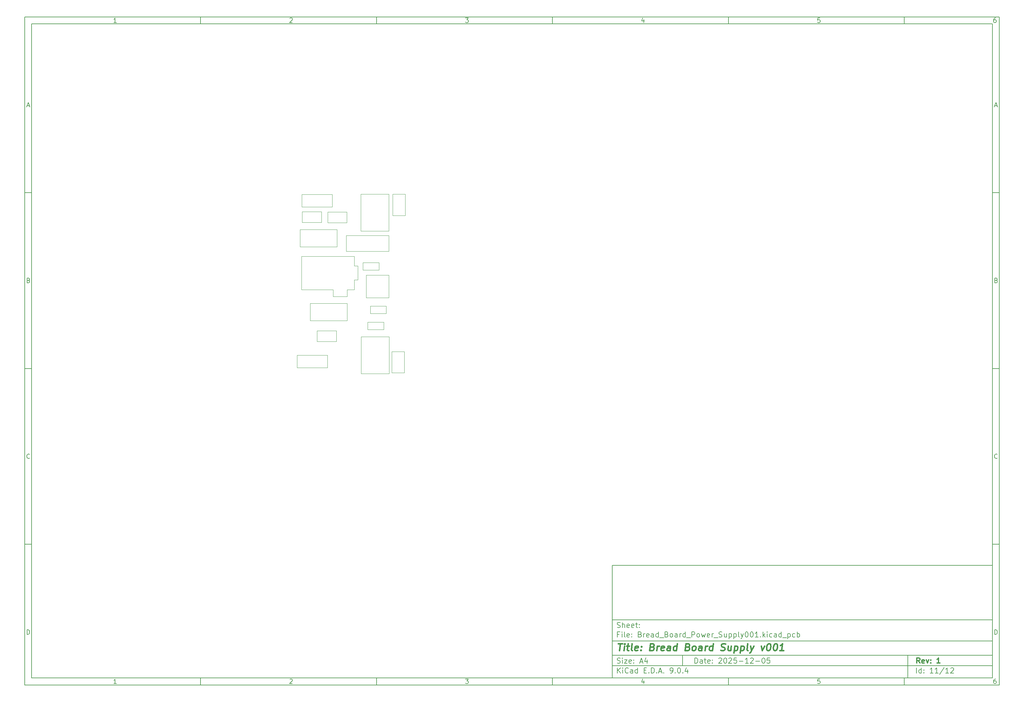
<source format=gbr>
%TF.GenerationSoftware,KiCad,Pcbnew,9.0.4*%
%TF.CreationDate,2025-12-05T21:51:26+03:30*%
%TF.ProjectId,Bread_Board_Power_Supply001,42726561-645f-4426-9f61-72645f506f77,1*%
%TF.SameCoordinates,Original*%
%TF.FileFunction,Other,User*%
%FSLAX46Y46*%
G04 Gerber Fmt 4.6, Leading zero omitted, Abs format (unit mm)*
G04 Created by KiCad (PCBNEW 9.0.4) date 2025-12-05 21:51:26*
%MOMM*%
%LPD*%
G01*
G04 APERTURE LIST*
%ADD10C,0.100000*%
%ADD11C,0.150000*%
%ADD12C,0.300000*%
%ADD13C,0.400000*%
%ADD14C,0.050000*%
G04 APERTURE END LIST*
D10*
D11*
X177002200Y-166007200D02*
X285002200Y-166007200D01*
X285002200Y-198007200D01*
X177002200Y-198007200D01*
X177002200Y-166007200D01*
D10*
D11*
X10000000Y-10000000D02*
X287002200Y-10000000D01*
X287002200Y-200007200D01*
X10000000Y-200007200D01*
X10000000Y-10000000D01*
D10*
D11*
X12000000Y-12000000D02*
X285002200Y-12000000D01*
X285002200Y-198007200D01*
X12000000Y-198007200D01*
X12000000Y-12000000D01*
D10*
D11*
X60000000Y-12000000D02*
X60000000Y-10000000D01*
D10*
D11*
X110000000Y-12000000D02*
X110000000Y-10000000D01*
D10*
D11*
X160000000Y-12000000D02*
X160000000Y-10000000D01*
D10*
D11*
X210000000Y-12000000D02*
X210000000Y-10000000D01*
D10*
D11*
X260000000Y-12000000D02*
X260000000Y-10000000D01*
D10*
D11*
X36089160Y-11593604D02*
X35346303Y-11593604D01*
X35717731Y-11593604D02*
X35717731Y-10293604D01*
X35717731Y-10293604D02*
X35593922Y-10479319D01*
X35593922Y-10479319D02*
X35470112Y-10603128D01*
X35470112Y-10603128D02*
X35346303Y-10665033D01*
D10*
D11*
X85346303Y-10417414D02*
X85408207Y-10355509D01*
X85408207Y-10355509D02*
X85532017Y-10293604D01*
X85532017Y-10293604D02*
X85841541Y-10293604D01*
X85841541Y-10293604D02*
X85965350Y-10355509D01*
X85965350Y-10355509D02*
X86027255Y-10417414D01*
X86027255Y-10417414D02*
X86089160Y-10541223D01*
X86089160Y-10541223D02*
X86089160Y-10665033D01*
X86089160Y-10665033D02*
X86027255Y-10850747D01*
X86027255Y-10850747D02*
X85284398Y-11593604D01*
X85284398Y-11593604D02*
X86089160Y-11593604D01*
D10*
D11*
X135284398Y-10293604D02*
X136089160Y-10293604D01*
X136089160Y-10293604D02*
X135655826Y-10788842D01*
X135655826Y-10788842D02*
X135841541Y-10788842D01*
X135841541Y-10788842D02*
X135965350Y-10850747D01*
X135965350Y-10850747D02*
X136027255Y-10912652D01*
X136027255Y-10912652D02*
X136089160Y-11036461D01*
X136089160Y-11036461D02*
X136089160Y-11345985D01*
X136089160Y-11345985D02*
X136027255Y-11469795D01*
X136027255Y-11469795D02*
X135965350Y-11531700D01*
X135965350Y-11531700D02*
X135841541Y-11593604D01*
X135841541Y-11593604D02*
X135470112Y-11593604D01*
X135470112Y-11593604D02*
X135346303Y-11531700D01*
X135346303Y-11531700D02*
X135284398Y-11469795D01*
D10*
D11*
X185965350Y-10726938D02*
X185965350Y-11593604D01*
X185655826Y-10231700D02*
X185346303Y-11160271D01*
X185346303Y-11160271D02*
X186151064Y-11160271D01*
D10*
D11*
X236027255Y-10293604D02*
X235408207Y-10293604D01*
X235408207Y-10293604D02*
X235346303Y-10912652D01*
X235346303Y-10912652D02*
X235408207Y-10850747D01*
X235408207Y-10850747D02*
X235532017Y-10788842D01*
X235532017Y-10788842D02*
X235841541Y-10788842D01*
X235841541Y-10788842D02*
X235965350Y-10850747D01*
X235965350Y-10850747D02*
X236027255Y-10912652D01*
X236027255Y-10912652D02*
X236089160Y-11036461D01*
X236089160Y-11036461D02*
X236089160Y-11345985D01*
X236089160Y-11345985D02*
X236027255Y-11469795D01*
X236027255Y-11469795D02*
X235965350Y-11531700D01*
X235965350Y-11531700D02*
X235841541Y-11593604D01*
X235841541Y-11593604D02*
X235532017Y-11593604D01*
X235532017Y-11593604D02*
X235408207Y-11531700D01*
X235408207Y-11531700D02*
X235346303Y-11469795D01*
D10*
D11*
X285965350Y-10293604D02*
X285717731Y-10293604D01*
X285717731Y-10293604D02*
X285593922Y-10355509D01*
X285593922Y-10355509D02*
X285532017Y-10417414D01*
X285532017Y-10417414D02*
X285408207Y-10603128D01*
X285408207Y-10603128D02*
X285346303Y-10850747D01*
X285346303Y-10850747D02*
X285346303Y-11345985D01*
X285346303Y-11345985D02*
X285408207Y-11469795D01*
X285408207Y-11469795D02*
X285470112Y-11531700D01*
X285470112Y-11531700D02*
X285593922Y-11593604D01*
X285593922Y-11593604D02*
X285841541Y-11593604D01*
X285841541Y-11593604D02*
X285965350Y-11531700D01*
X285965350Y-11531700D02*
X286027255Y-11469795D01*
X286027255Y-11469795D02*
X286089160Y-11345985D01*
X286089160Y-11345985D02*
X286089160Y-11036461D01*
X286089160Y-11036461D02*
X286027255Y-10912652D01*
X286027255Y-10912652D02*
X285965350Y-10850747D01*
X285965350Y-10850747D02*
X285841541Y-10788842D01*
X285841541Y-10788842D02*
X285593922Y-10788842D01*
X285593922Y-10788842D02*
X285470112Y-10850747D01*
X285470112Y-10850747D02*
X285408207Y-10912652D01*
X285408207Y-10912652D02*
X285346303Y-11036461D01*
D10*
D11*
X60000000Y-198007200D02*
X60000000Y-200007200D01*
D10*
D11*
X110000000Y-198007200D02*
X110000000Y-200007200D01*
D10*
D11*
X160000000Y-198007200D02*
X160000000Y-200007200D01*
D10*
D11*
X210000000Y-198007200D02*
X210000000Y-200007200D01*
D10*
D11*
X260000000Y-198007200D02*
X260000000Y-200007200D01*
D10*
D11*
X36089160Y-199600804D02*
X35346303Y-199600804D01*
X35717731Y-199600804D02*
X35717731Y-198300804D01*
X35717731Y-198300804D02*
X35593922Y-198486519D01*
X35593922Y-198486519D02*
X35470112Y-198610328D01*
X35470112Y-198610328D02*
X35346303Y-198672233D01*
D10*
D11*
X85346303Y-198424614D02*
X85408207Y-198362709D01*
X85408207Y-198362709D02*
X85532017Y-198300804D01*
X85532017Y-198300804D02*
X85841541Y-198300804D01*
X85841541Y-198300804D02*
X85965350Y-198362709D01*
X85965350Y-198362709D02*
X86027255Y-198424614D01*
X86027255Y-198424614D02*
X86089160Y-198548423D01*
X86089160Y-198548423D02*
X86089160Y-198672233D01*
X86089160Y-198672233D02*
X86027255Y-198857947D01*
X86027255Y-198857947D02*
X85284398Y-199600804D01*
X85284398Y-199600804D02*
X86089160Y-199600804D01*
D10*
D11*
X135284398Y-198300804D02*
X136089160Y-198300804D01*
X136089160Y-198300804D02*
X135655826Y-198796042D01*
X135655826Y-198796042D02*
X135841541Y-198796042D01*
X135841541Y-198796042D02*
X135965350Y-198857947D01*
X135965350Y-198857947D02*
X136027255Y-198919852D01*
X136027255Y-198919852D02*
X136089160Y-199043661D01*
X136089160Y-199043661D02*
X136089160Y-199353185D01*
X136089160Y-199353185D02*
X136027255Y-199476995D01*
X136027255Y-199476995D02*
X135965350Y-199538900D01*
X135965350Y-199538900D02*
X135841541Y-199600804D01*
X135841541Y-199600804D02*
X135470112Y-199600804D01*
X135470112Y-199600804D02*
X135346303Y-199538900D01*
X135346303Y-199538900D02*
X135284398Y-199476995D01*
D10*
D11*
X185965350Y-198734138D02*
X185965350Y-199600804D01*
X185655826Y-198238900D02*
X185346303Y-199167471D01*
X185346303Y-199167471D02*
X186151064Y-199167471D01*
D10*
D11*
X236027255Y-198300804D02*
X235408207Y-198300804D01*
X235408207Y-198300804D02*
X235346303Y-198919852D01*
X235346303Y-198919852D02*
X235408207Y-198857947D01*
X235408207Y-198857947D02*
X235532017Y-198796042D01*
X235532017Y-198796042D02*
X235841541Y-198796042D01*
X235841541Y-198796042D02*
X235965350Y-198857947D01*
X235965350Y-198857947D02*
X236027255Y-198919852D01*
X236027255Y-198919852D02*
X236089160Y-199043661D01*
X236089160Y-199043661D02*
X236089160Y-199353185D01*
X236089160Y-199353185D02*
X236027255Y-199476995D01*
X236027255Y-199476995D02*
X235965350Y-199538900D01*
X235965350Y-199538900D02*
X235841541Y-199600804D01*
X235841541Y-199600804D02*
X235532017Y-199600804D01*
X235532017Y-199600804D02*
X235408207Y-199538900D01*
X235408207Y-199538900D02*
X235346303Y-199476995D01*
D10*
D11*
X285965350Y-198300804D02*
X285717731Y-198300804D01*
X285717731Y-198300804D02*
X285593922Y-198362709D01*
X285593922Y-198362709D02*
X285532017Y-198424614D01*
X285532017Y-198424614D02*
X285408207Y-198610328D01*
X285408207Y-198610328D02*
X285346303Y-198857947D01*
X285346303Y-198857947D02*
X285346303Y-199353185D01*
X285346303Y-199353185D02*
X285408207Y-199476995D01*
X285408207Y-199476995D02*
X285470112Y-199538900D01*
X285470112Y-199538900D02*
X285593922Y-199600804D01*
X285593922Y-199600804D02*
X285841541Y-199600804D01*
X285841541Y-199600804D02*
X285965350Y-199538900D01*
X285965350Y-199538900D02*
X286027255Y-199476995D01*
X286027255Y-199476995D02*
X286089160Y-199353185D01*
X286089160Y-199353185D02*
X286089160Y-199043661D01*
X286089160Y-199043661D02*
X286027255Y-198919852D01*
X286027255Y-198919852D02*
X285965350Y-198857947D01*
X285965350Y-198857947D02*
X285841541Y-198796042D01*
X285841541Y-198796042D02*
X285593922Y-198796042D01*
X285593922Y-198796042D02*
X285470112Y-198857947D01*
X285470112Y-198857947D02*
X285408207Y-198919852D01*
X285408207Y-198919852D02*
X285346303Y-199043661D01*
D10*
D11*
X10000000Y-60000000D02*
X12000000Y-60000000D01*
D10*
D11*
X10000000Y-110000000D02*
X12000000Y-110000000D01*
D10*
D11*
X10000000Y-160000000D02*
X12000000Y-160000000D01*
D10*
D11*
X10690476Y-35222176D02*
X11309523Y-35222176D01*
X10566666Y-35593604D02*
X10999999Y-34293604D01*
X10999999Y-34293604D02*
X11433333Y-35593604D01*
D10*
D11*
X11092857Y-84912652D02*
X11278571Y-84974557D01*
X11278571Y-84974557D02*
X11340476Y-85036461D01*
X11340476Y-85036461D02*
X11402380Y-85160271D01*
X11402380Y-85160271D02*
X11402380Y-85345985D01*
X11402380Y-85345985D02*
X11340476Y-85469795D01*
X11340476Y-85469795D02*
X11278571Y-85531700D01*
X11278571Y-85531700D02*
X11154761Y-85593604D01*
X11154761Y-85593604D02*
X10659523Y-85593604D01*
X10659523Y-85593604D02*
X10659523Y-84293604D01*
X10659523Y-84293604D02*
X11092857Y-84293604D01*
X11092857Y-84293604D02*
X11216666Y-84355509D01*
X11216666Y-84355509D02*
X11278571Y-84417414D01*
X11278571Y-84417414D02*
X11340476Y-84541223D01*
X11340476Y-84541223D02*
X11340476Y-84665033D01*
X11340476Y-84665033D02*
X11278571Y-84788842D01*
X11278571Y-84788842D02*
X11216666Y-84850747D01*
X11216666Y-84850747D02*
X11092857Y-84912652D01*
X11092857Y-84912652D02*
X10659523Y-84912652D01*
D10*
D11*
X11402380Y-135469795D02*
X11340476Y-135531700D01*
X11340476Y-135531700D02*
X11154761Y-135593604D01*
X11154761Y-135593604D02*
X11030952Y-135593604D01*
X11030952Y-135593604D02*
X10845238Y-135531700D01*
X10845238Y-135531700D02*
X10721428Y-135407890D01*
X10721428Y-135407890D02*
X10659523Y-135284080D01*
X10659523Y-135284080D02*
X10597619Y-135036461D01*
X10597619Y-135036461D02*
X10597619Y-134850747D01*
X10597619Y-134850747D02*
X10659523Y-134603128D01*
X10659523Y-134603128D02*
X10721428Y-134479319D01*
X10721428Y-134479319D02*
X10845238Y-134355509D01*
X10845238Y-134355509D02*
X11030952Y-134293604D01*
X11030952Y-134293604D02*
X11154761Y-134293604D01*
X11154761Y-134293604D02*
X11340476Y-134355509D01*
X11340476Y-134355509D02*
X11402380Y-134417414D01*
D10*
D11*
X10659523Y-185593604D02*
X10659523Y-184293604D01*
X10659523Y-184293604D02*
X10969047Y-184293604D01*
X10969047Y-184293604D02*
X11154761Y-184355509D01*
X11154761Y-184355509D02*
X11278571Y-184479319D01*
X11278571Y-184479319D02*
X11340476Y-184603128D01*
X11340476Y-184603128D02*
X11402380Y-184850747D01*
X11402380Y-184850747D02*
X11402380Y-185036461D01*
X11402380Y-185036461D02*
X11340476Y-185284080D01*
X11340476Y-185284080D02*
X11278571Y-185407890D01*
X11278571Y-185407890D02*
X11154761Y-185531700D01*
X11154761Y-185531700D02*
X10969047Y-185593604D01*
X10969047Y-185593604D02*
X10659523Y-185593604D01*
D10*
D11*
X287002200Y-60000000D02*
X285002200Y-60000000D01*
D10*
D11*
X287002200Y-110000000D02*
X285002200Y-110000000D01*
D10*
D11*
X287002200Y-160000000D02*
X285002200Y-160000000D01*
D10*
D11*
X285692676Y-35222176D02*
X286311723Y-35222176D01*
X285568866Y-35593604D02*
X286002199Y-34293604D01*
X286002199Y-34293604D02*
X286435533Y-35593604D01*
D10*
D11*
X286095057Y-84912652D02*
X286280771Y-84974557D01*
X286280771Y-84974557D02*
X286342676Y-85036461D01*
X286342676Y-85036461D02*
X286404580Y-85160271D01*
X286404580Y-85160271D02*
X286404580Y-85345985D01*
X286404580Y-85345985D02*
X286342676Y-85469795D01*
X286342676Y-85469795D02*
X286280771Y-85531700D01*
X286280771Y-85531700D02*
X286156961Y-85593604D01*
X286156961Y-85593604D02*
X285661723Y-85593604D01*
X285661723Y-85593604D02*
X285661723Y-84293604D01*
X285661723Y-84293604D02*
X286095057Y-84293604D01*
X286095057Y-84293604D02*
X286218866Y-84355509D01*
X286218866Y-84355509D02*
X286280771Y-84417414D01*
X286280771Y-84417414D02*
X286342676Y-84541223D01*
X286342676Y-84541223D02*
X286342676Y-84665033D01*
X286342676Y-84665033D02*
X286280771Y-84788842D01*
X286280771Y-84788842D02*
X286218866Y-84850747D01*
X286218866Y-84850747D02*
X286095057Y-84912652D01*
X286095057Y-84912652D02*
X285661723Y-84912652D01*
D10*
D11*
X286404580Y-135469795D02*
X286342676Y-135531700D01*
X286342676Y-135531700D02*
X286156961Y-135593604D01*
X286156961Y-135593604D02*
X286033152Y-135593604D01*
X286033152Y-135593604D02*
X285847438Y-135531700D01*
X285847438Y-135531700D02*
X285723628Y-135407890D01*
X285723628Y-135407890D02*
X285661723Y-135284080D01*
X285661723Y-135284080D02*
X285599819Y-135036461D01*
X285599819Y-135036461D02*
X285599819Y-134850747D01*
X285599819Y-134850747D02*
X285661723Y-134603128D01*
X285661723Y-134603128D02*
X285723628Y-134479319D01*
X285723628Y-134479319D02*
X285847438Y-134355509D01*
X285847438Y-134355509D02*
X286033152Y-134293604D01*
X286033152Y-134293604D02*
X286156961Y-134293604D01*
X286156961Y-134293604D02*
X286342676Y-134355509D01*
X286342676Y-134355509D02*
X286404580Y-134417414D01*
D10*
D11*
X285661723Y-185593604D02*
X285661723Y-184293604D01*
X285661723Y-184293604D02*
X285971247Y-184293604D01*
X285971247Y-184293604D02*
X286156961Y-184355509D01*
X286156961Y-184355509D02*
X286280771Y-184479319D01*
X286280771Y-184479319D02*
X286342676Y-184603128D01*
X286342676Y-184603128D02*
X286404580Y-184850747D01*
X286404580Y-184850747D02*
X286404580Y-185036461D01*
X286404580Y-185036461D02*
X286342676Y-185284080D01*
X286342676Y-185284080D02*
X286280771Y-185407890D01*
X286280771Y-185407890D02*
X286156961Y-185531700D01*
X286156961Y-185531700D02*
X285971247Y-185593604D01*
X285971247Y-185593604D02*
X285661723Y-185593604D01*
D10*
D11*
X200458026Y-193793328D02*
X200458026Y-192293328D01*
X200458026Y-192293328D02*
X200815169Y-192293328D01*
X200815169Y-192293328D02*
X201029455Y-192364757D01*
X201029455Y-192364757D02*
X201172312Y-192507614D01*
X201172312Y-192507614D02*
X201243741Y-192650471D01*
X201243741Y-192650471D02*
X201315169Y-192936185D01*
X201315169Y-192936185D02*
X201315169Y-193150471D01*
X201315169Y-193150471D02*
X201243741Y-193436185D01*
X201243741Y-193436185D02*
X201172312Y-193579042D01*
X201172312Y-193579042D02*
X201029455Y-193721900D01*
X201029455Y-193721900D02*
X200815169Y-193793328D01*
X200815169Y-193793328D02*
X200458026Y-193793328D01*
X202600884Y-193793328D02*
X202600884Y-193007614D01*
X202600884Y-193007614D02*
X202529455Y-192864757D01*
X202529455Y-192864757D02*
X202386598Y-192793328D01*
X202386598Y-192793328D02*
X202100884Y-192793328D01*
X202100884Y-192793328D02*
X201958026Y-192864757D01*
X202600884Y-193721900D02*
X202458026Y-193793328D01*
X202458026Y-193793328D02*
X202100884Y-193793328D01*
X202100884Y-193793328D02*
X201958026Y-193721900D01*
X201958026Y-193721900D02*
X201886598Y-193579042D01*
X201886598Y-193579042D02*
X201886598Y-193436185D01*
X201886598Y-193436185D02*
X201958026Y-193293328D01*
X201958026Y-193293328D02*
X202100884Y-193221900D01*
X202100884Y-193221900D02*
X202458026Y-193221900D01*
X202458026Y-193221900D02*
X202600884Y-193150471D01*
X203100884Y-192793328D02*
X203672312Y-192793328D01*
X203315169Y-192293328D02*
X203315169Y-193579042D01*
X203315169Y-193579042D02*
X203386598Y-193721900D01*
X203386598Y-193721900D02*
X203529455Y-193793328D01*
X203529455Y-193793328D02*
X203672312Y-193793328D01*
X204743741Y-193721900D02*
X204600884Y-193793328D01*
X204600884Y-193793328D02*
X204315170Y-193793328D01*
X204315170Y-193793328D02*
X204172312Y-193721900D01*
X204172312Y-193721900D02*
X204100884Y-193579042D01*
X204100884Y-193579042D02*
X204100884Y-193007614D01*
X204100884Y-193007614D02*
X204172312Y-192864757D01*
X204172312Y-192864757D02*
X204315170Y-192793328D01*
X204315170Y-192793328D02*
X204600884Y-192793328D01*
X204600884Y-192793328D02*
X204743741Y-192864757D01*
X204743741Y-192864757D02*
X204815170Y-193007614D01*
X204815170Y-193007614D02*
X204815170Y-193150471D01*
X204815170Y-193150471D02*
X204100884Y-193293328D01*
X205458026Y-193650471D02*
X205529455Y-193721900D01*
X205529455Y-193721900D02*
X205458026Y-193793328D01*
X205458026Y-193793328D02*
X205386598Y-193721900D01*
X205386598Y-193721900D02*
X205458026Y-193650471D01*
X205458026Y-193650471D02*
X205458026Y-193793328D01*
X205458026Y-192864757D02*
X205529455Y-192936185D01*
X205529455Y-192936185D02*
X205458026Y-193007614D01*
X205458026Y-193007614D02*
X205386598Y-192936185D01*
X205386598Y-192936185D02*
X205458026Y-192864757D01*
X205458026Y-192864757D02*
X205458026Y-193007614D01*
X207243741Y-192436185D02*
X207315169Y-192364757D01*
X207315169Y-192364757D02*
X207458027Y-192293328D01*
X207458027Y-192293328D02*
X207815169Y-192293328D01*
X207815169Y-192293328D02*
X207958027Y-192364757D01*
X207958027Y-192364757D02*
X208029455Y-192436185D01*
X208029455Y-192436185D02*
X208100884Y-192579042D01*
X208100884Y-192579042D02*
X208100884Y-192721900D01*
X208100884Y-192721900D02*
X208029455Y-192936185D01*
X208029455Y-192936185D02*
X207172312Y-193793328D01*
X207172312Y-193793328D02*
X208100884Y-193793328D01*
X209029455Y-192293328D02*
X209172312Y-192293328D01*
X209172312Y-192293328D02*
X209315169Y-192364757D01*
X209315169Y-192364757D02*
X209386598Y-192436185D01*
X209386598Y-192436185D02*
X209458026Y-192579042D01*
X209458026Y-192579042D02*
X209529455Y-192864757D01*
X209529455Y-192864757D02*
X209529455Y-193221900D01*
X209529455Y-193221900D02*
X209458026Y-193507614D01*
X209458026Y-193507614D02*
X209386598Y-193650471D01*
X209386598Y-193650471D02*
X209315169Y-193721900D01*
X209315169Y-193721900D02*
X209172312Y-193793328D01*
X209172312Y-193793328D02*
X209029455Y-193793328D01*
X209029455Y-193793328D02*
X208886598Y-193721900D01*
X208886598Y-193721900D02*
X208815169Y-193650471D01*
X208815169Y-193650471D02*
X208743740Y-193507614D01*
X208743740Y-193507614D02*
X208672312Y-193221900D01*
X208672312Y-193221900D02*
X208672312Y-192864757D01*
X208672312Y-192864757D02*
X208743740Y-192579042D01*
X208743740Y-192579042D02*
X208815169Y-192436185D01*
X208815169Y-192436185D02*
X208886598Y-192364757D01*
X208886598Y-192364757D02*
X209029455Y-192293328D01*
X210100883Y-192436185D02*
X210172311Y-192364757D01*
X210172311Y-192364757D02*
X210315169Y-192293328D01*
X210315169Y-192293328D02*
X210672311Y-192293328D01*
X210672311Y-192293328D02*
X210815169Y-192364757D01*
X210815169Y-192364757D02*
X210886597Y-192436185D01*
X210886597Y-192436185D02*
X210958026Y-192579042D01*
X210958026Y-192579042D02*
X210958026Y-192721900D01*
X210958026Y-192721900D02*
X210886597Y-192936185D01*
X210886597Y-192936185D02*
X210029454Y-193793328D01*
X210029454Y-193793328D02*
X210958026Y-193793328D01*
X212315168Y-192293328D02*
X211600882Y-192293328D01*
X211600882Y-192293328D02*
X211529454Y-193007614D01*
X211529454Y-193007614D02*
X211600882Y-192936185D01*
X211600882Y-192936185D02*
X211743740Y-192864757D01*
X211743740Y-192864757D02*
X212100882Y-192864757D01*
X212100882Y-192864757D02*
X212243740Y-192936185D01*
X212243740Y-192936185D02*
X212315168Y-193007614D01*
X212315168Y-193007614D02*
X212386597Y-193150471D01*
X212386597Y-193150471D02*
X212386597Y-193507614D01*
X212386597Y-193507614D02*
X212315168Y-193650471D01*
X212315168Y-193650471D02*
X212243740Y-193721900D01*
X212243740Y-193721900D02*
X212100882Y-193793328D01*
X212100882Y-193793328D02*
X211743740Y-193793328D01*
X211743740Y-193793328D02*
X211600882Y-193721900D01*
X211600882Y-193721900D02*
X211529454Y-193650471D01*
X213029453Y-193221900D02*
X214172311Y-193221900D01*
X215672311Y-193793328D02*
X214815168Y-193793328D01*
X215243739Y-193793328D02*
X215243739Y-192293328D01*
X215243739Y-192293328D02*
X215100882Y-192507614D01*
X215100882Y-192507614D02*
X214958025Y-192650471D01*
X214958025Y-192650471D02*
X214815168Y-192721900D01*
X216243739Y-192436185D02*
X216315167Y-192364757D01*
X216315167Y-192364757D02*
X216458025Y-192293328D01*
X216458025Y-192293328D02*
X216815167Y-192293328D01*
X216815167Y-192293328D02*
X216958025Y-192364757D01*
X216958025Y-192364757D02*
X217029453Y-192436185D01*
X217029453Y-192436185D02*
X217100882Y-192579042D01*
X217100882Y-192579042D02*
X217100882Y-192721900D01*
X217100882Y-192721900D02*
X217029453Y-192936185D01*
X217029453Y-192936185D02*
X216172310Y-193793328D01*
X216172310Y-193793328D02*
X217100882Y-193793328D01*
X217743738Y-193221900D02*
X218886596Y-193221900D01*
X219886596Y-192293328D02*
X220029453Y-192293328D01*
X220029453Y-192293328D02*
X220172310Y-192364757D01*
X220172310Y-192364757D02*
X220243739Y-192436185D01*
X220243739Y-192436185D02*
X220315167Y-192579042D01*
X220315167Y-192579042D02*
X220386596Y-192864757D01*
X220386596Y-192864757D02*
X220386596Y-193221900D01*
X220386596Y-193221900D02*
X220315167Y-193507614D01*
X220315167Y-193507614D02*
X220243739Y-193650471D01*
X220243739Y-193650471D02*
X220172310Y-193721900D01*
X220172310Y-193721900D02*
X220029453Y-193793328D01*
X220029453Y-193793328D02*
X219886596Y-193793328D01*
X219886596Y-193793328D02*
X219743739Y-193721900D01*
X219743739Y-193721900D02*
X219672310Y-193650471D01*
X219672310Y-193650471D02*
X219600881Y-193507614D01*
X219600881Y-193507614D02*
X219529453Y-193221900D01*
X219529453Y-193221900D02*
X219529453Y-192864757D01*
X219529453Y-192864757D02*
X219600881Y-192579042D01*
X219600881Y-192579042D02*
X219672310Y-192436185D01*
X219672310Y-192436185D02*
X219743739Y-192364757D01*
X219743739Y-192364757D02*
X219886596Y-192293328D01*
X221743738Y-192293328D02*
X221029452Y-192293328D01*
X221029452Y-192293328D02*
X220958024Y-193007614D01*
X220958024Y-193007614D02*
X221029452Y-192936185D01*
X221029452Y-192936185D02*
X221172310Y-192864757D01*
X221172310Y-192864757D02*
X221529452Y-192864757D01*
X221529452Y-192864757D02*
X221672310Y-192936185D01*
X221672310Y-192936185D02*
X221743738Y-193007614D01*
X221743738Y-193007614D02*
X221815167Y-193150471D01*
X221815167Y-193150471D02*
X221815167Y-193507614D01*
X221815167Y-193507614D02*
X221743738Y-193650471D01*
X221743738Y-193650471D02*
X221672310Y-193721900D01*
X221672310Y-193721900D02*
X221529452Y-193793328D01*
X221529452Y-193793328D02*
X221172310Y-193793328D01*
X221172310Y-193793328D02*
X221029452Y-193721900D01*
X221029452Y-193721900D02*
X220958024Y-193650471D01*
D10*
D11*
X177002200Y-194507200D02*
X285002200Y-194507200D01*
D10*
D11*
X178458026Y-196593328D02*
X178458026Y-195093328D01*
X179315169Y-196593328D02*
X178672312Y-195736185D01*
X179315169Y-195093328D02*
X178458026Y-195950471D01*
X179958026Y-196593328D02*
X179958026Y-195593328D01*
X179958026Y-195093328D02*
X179886598Y-195164757D01*
X179886598Y-195164757D02*
X179958026Y-195236185D01*
X179958026Y-195236185D02*
X180029455Y-195164757D01*
X180029455Y-195164757D02*
X179958026Y-195093328D01*
X179958026Y-195093328D02*
X179958026Y-195236185D01*
X181529455Y-196450471D02*
X181458027Y-196521900D01*
X181458027Y-196521900D02*
X181243741Y-196593328D01*
X181243741Y-196593328D02*
X181100884Y-196593328D01*
X181100884Y-196593328D02*
X180886598Y-196521900D01*
X180886598Y-196521900D02*
X180743741Y-196379042D01*
X180743741Y-196379042D02*
X180672312Y-196236185D01*
X180672312Y-196236185D02*
X180600884Y-195950471D01*
X180600884Y-195950471D02*
X180600884Y-195736185D01*
X180600884Y-195736185D02*
X180672312Y-195450471D01*
X180672312Y-195450471D02*
X180743741Y-195307614D01*
X180743741Y-195307614D02*
X180886598Y-195164757D01*
X180886598Y-195164757D02*
X181100884Y-195093328D01*
X181100884Y-195093328D02*
X181243741Y-195093328D01*
X181243741Y-195093328D02*
X181458027Y-195164757D01*
X181458027Y-195164757D02*
X181529455Y-195236185D01*
X182815170Y-196593328D02*
X182815170Y-195807614D01*
X182815170Y-195807614D02*
X182743741Y-195664757D01*
X182743741Y-195664757D02*
X182600884Y-195593328D01*
X182600884Y-195593328D02*
X182315170Y-195593328D01*
X182315170Y-195593328D02*
X182172312Y-195664757D01*
X182815170Y-196521900D02*
X182672312Y-196593328D01*
X182672312Y-196593328D02*
X182315170Y-196593328D01*
X182315170Y-196593328D02*
X182172312Y-196521900D01*
X182172312Y-196521900D02*
X182100884Y-196379042D01*
X182100884Y-196379042D02*
X182100884Y-196236185D01*
X182100884Y-196236185D02*
X182172312Y-196093328D01*
X182172312Y-196093328D02*
X182315170Y-196021900D01*
X182315170Y-196021900D02*
X182672312Y-196021900D01*
X182672312Y-196021900D02*
X182815170Y-195950471D01*
X184172313Y-196593328D02*
X184172313Y-195093328D01*
X184172313Y-196521900D02*
X184029455Y-196593328D01*
X184029455Y-196593328D02*
X183743741Y-196593328D01*
X183743741Y-196593328D02*
X183600884Y-196521900D01*
X183600884Y-196521900D02*
X183529455Y-196450471D01*
X183529455Y-196450471D02*
X183458027Y-196307614D01*
X183458027Y-196307614D02*
X183458027Y-195879042D01*
X183458027Y-195879042D02*
X183529455Y-195736185D01*
X183529455Y-195736185D02*
X183600884Y-195664757D01*
X183600884Y-195664757D02*
X183743741Y-195593328D01*
X183743741Y-195593328D02*
X184029455Y-195593328D01*
X184029455Y-195593328D02*
X184172313Y-195664757D01*
X186029455Y-195807614D02*
X186529455Y-195807614D01*
X186743741Y-196593328D02*
X186029455Y-196593328D01*
X186029455Y-196593328D02*
X186029455Y-195093328D01*
X186029455Y-195093328D02*
X186743741Y-195093328D01*
X187386598Y-196450471D02*
X187458027Y-196521900D01*
X187458027Y-196521900D02*
X187386598Y-196593328D01*
X187386598Y-196593328D02*
X187315170Y-196521900D01*
X187315170Y-196521900D02*
X187386598Y-196450471D01*
X187386598Y-196450471D02*
X187386598Y-196593328D01*
X188100884Y-196593328D02*
X188100884Y-195093328D01*
X188100884Y-195093328D02*
X188458027Y-195093328D01*
X188458027Y-195093328D02*
X188672313Y-195164757D01*
X188672313Y-195164757D02*
X188815170Y-195307614D01*
X188815170Y-195307614D02*
X188886599Y-195450471D01*
X188886599Y-195450471D02*
X188958027Y-195736185D01*
X188958027Y-195736185D02*
X188958027Y-195950471D01*
X188958027Y-195950471D02*
X188886599Y-196236185D01*
X188886599Y-196236185D02*
X188815170Y-196379042D01*
X188815170Y-196379042D02*
X188672313Y-196521900D01*
X188672313Y-196521900D02*
X188458027Y-196593328D01*
X188458027Y-196593328D02*
X188100884Y-196593328D01*
X189600884Y-196450471D02*
X189672313Y-196521900D01*
X189672313Y-196521900D02*
X189600884Y-196593328D01*
X189600884Y-196593328D02*
X189529456Y-196521900D01*
X189529456Y-196521900D02*
X189600884Y-196450471D01*
X189600884Y-196450471D02*
X189600884Y-196593328D01*
X190243742Y-196164757D02*
X190958028Y-196164757D01*
X190100885Y-196593328D02*
X190600885Y-195093328D01*
X190600885Y-195093328D02*
X191100885Y-196593328D01*
X191600884Y-196450471D02*
X191672313Y-196521900D01*
X191672313Y-196521900D02*
X191600884Y-196593328D01*
X191600884Y-196593328D02*
X191529456Y-196521900D01*
X191529456Y-196521900D02*
X191600884Y-196450471D01*
X191600884Y-196450471D02*
X191600884Y-196593328D01*
X193529456Y-196593328D02*
X193815170Y-196593328D01*
X193815170Y-196593328D02*
X193958027Y-196521900D01*
X193958027Y-196521900D02*
X194029456Y-196450471D01*
X194029456Y-196450471D02*
X194172313Y-196236185D01*
X194172313Y-196236185D02*
X194243742Y-195950471D01*
X194243742Y-195950471D02*
X194243742Y-195379042D01*
X194243742Y-195379042D02*
X194172313Y-195236185D01*
X194172313Y-195236185D02*
X194100885Y-195164757D01*
X194100885Y-195164757D02*
X193958027Y-195093328D01*
X193958027Y-195093328D02*
X193672313Y-195093328D01*
X193672313Y-195093328D02*
X193529456Y-195164757D01*
X193529456Y-195164757D02*
X193458027Y-195236185D01*
X193458027Y-195236185D02*
X193386599Y-195379042D01*
X193386599Y-195379042D02*
X193386599Y-195736185D01*
X193386599Y-195736185D02*
X193458027Y-195879042D01*
X193458027Y-195879042D02*
X193529456Y-195950471D01*
X193529456Y-195950471D02*
X193672313Y-196021900D01*
X193672313Y-196021900D02*
X193958027Y-196021900D01*
X193958027Y-196021900D02*
X194100885Y-195950471D01*
X194100885Y-195950471D02*
X194172313Y-195879042D01*
X194172313Y-195879042D02*
X194243742Y-195736185D01*
X194886598Y-196450471D02*
X194958027Y-196521900D01*
X194958027Y-196521900D02*
X194886598Y-196593328D01*
X194886598Y-196593328D02*
X194815170Y-196521900D01*
X194815170Y-196521900D02*
X194886598Y-196450471D01*
X194886598Y-196450471D02*
X194886598Y-196593328D01*
X195886599Y-195093328D02*
X196029456Y-195093328D01*
X196029456Y-195093328D02*
X196172313Y-195164757D01*
X196172313Y-195164757D02*
X196243742Y-195236185D01*
X196243742Y-195236185D02*
X196315170Y-195379042D01*
X196315170Y-195379042D02*
X196386599Y-195664757D01*
X196386599Y-195664757D02*
X196386599Y-196021900D01*
X196386599Y-196021900D02*
X196315170Y-196307614D01*
X196315170Y-196307614D02*
X196243742Y-196450471D01*
X196243742Y-196450471D02*
X196172313Y-196521900D01*
X196172313Y-196521900D02*
X196029456Y-196593328D01*
X196029456Y-196593328D02*
X195886599Y-196593328D01*
X195886599Y-196593328D02*
X195743742Y-196521900D01*
X195743742Y-196521900D02*
X195672313Y-196450471D01*
X195672313Y-196450471D02*
X195600884Y-196307614D01*
X195600884Y-196307614D02*
X195529456Y-196021900D01*
X195529456Y-196021900D02*
X195529456Y-195664757D01*
X195529456Y-195664757D02*
X195600884Y-195379042D01*
X195600884Y-195379042D02*
X195672313Y-195236185D01*
X195672313Y-195236185D02*
X195743742Y-195164757D01*
X195743742Y-195164757D02*
X195886599Y-195093328D01*
X197029455Y-196450471D02*
X197100884Y-196521900D01*
X197100884Y-196521900D02*
X197029455Y-196593328D01*
X197029455Y-196593328D02*
X196958027Y-196521900D01*
X196958027Y-196521900D02*
X197029455Y-196450471D01*
X197029455Y-196450471D02*
X197029455Y-196593328D01*
X198386599Y-195593328D02*
X198386599Y-196593328D01*
X198029456Y-195021900D02*
X197672313Y-196093328D01*
X197672313Y-196093328D02*
X198600884Y-196093328D01*
D10*
D11*
X177002200Y-191507200D02*
X285002200Y-191507200D01*
D10*
D12*
X264413853Y-193785528D02*
X263913853Y-193071242D01*
X263556710Y-193785528D02*
X263556710Y-192285528D01*
X263556710Y-192285528D02*
X264128139Y-192285528D01*
X264128139Y-192285528D02*
X264270996Y-192356957D01*
X264270996Y-192356957D02*
X264342425Y-192428385D01*
X264342425Y-192428385D02*
X264413853Y-192571242D01*
X264413853Y-192571242D02*
X264413853Y-192785528D01*
X264413853Y-192785528D02*
X264342425Y-192928385D01*
X264342425Y-192928385D02*
X264270996Y-192999814D01*
X264270996Y-192999814D02*
X264128139Y-193071242D01*
X264128139Y-193071242D02*
X263556710Y-193071242D01*
X265628139Y-193714100D02*
X265485282Y-193785528D01*
X265485282Y-193785528D02*
X265199568Y-193785528D01*
X265199568Y-193785528D02*
X265056710Y-193714100D01*
X265056710Y-193714100D02*
X264985282Y-193571242D01*
X264985282Y-193571242D02*
X264985282Y-192999814D01*
X264985282Y-192999814D02*
X265056710Y-192856957D01*
X265056710Y-192856957D02*
X265199568Y-192785528D01*
X265199568Y-192785528D02*
X265485282Y-192785528D01*
X265485282Y-192785528D02*
X265628139Y-192856957D01*
X265628139Y-192856957D02*
X265699568Y-192999814D01*
X265699568Y-192999814D02*
X265699568Y-193142671D01*
X265699568Y-193142671D02*
X264985282Y-193285528D01*
X266199567Y-192785528D02*
X266556710Y-193785528D01*
X266556710Y-193785528D02*
X266913853Y-192785528D01*
X267485281Y-193642671D02*
X267556710Y-193714100D01*
X267556710Y-193714100D02*
X267485281Y-193785528D01*
X267485281Y-193785528D02*
X267413853Y-193714100D01*
X267413853Y-193714100D02*
X267485281Y-193642671D01*
X267485281Y-193642671D02*
X267485281Y-193785528D01*
X267485281Y-192856957D02*
X267556710Y-192928385D01*
X267556710Y-192928385D02*
X267485281Y-192999814D01*
X267485281Y-192999814D02*
X267413853Y-192928385D01*
X267413853Y-192928385D02*
X267485281Y-192856957D01*
X267485281Y-192856957D02*
X267485281Y-192999814D01*
X270128139Y-193785528D02*
X269270996Y-193785528D01*
X269699567Y-193785528D02*
X269699567Y-192285528D01*
X269699567Y-192285528D02*
X269556710Y-192499814D01*
X269556710Y-192499814D02*
X269413853Y-192642671D01*
X269413853Y-192642671D02*
X269270996Y-192714100D01*
D10*
D11*
X178386598Y-193721900D02*
X178600884Y-193793328D01*
X178600884Y-193793328D02*
X178958026Y-193793328D01*
X178958026Y-193793328D02*
X179100884Y-193721900D01*
X179100884Y-193721900D02*
X179172312Y-193650471D01*
X179172312Y-193650471D02*
X179243741Y-193507614D01*
X179243741Y-193507614D02*
X179243741Y-193364757D01*
X179243741Y-193364757D02*
X179172312Y-193221900D01*
X179172312Y-193221900D02*
X179100884Y-193150471D01*
X179100884Y-193150471D02*
X178958026Y-193079042D01*
X178958026Y-193079042D02*
X178672312Y-193007614D01*
X178672312Y-193007614D02*
X178529455Y-192936185D01*
X178529455Y-192936185D02*
X178458026Y-192864757D01*
X178458026Y-192864757D02*
X178386598Y-192721900D01*
X178386598Y-192721900D02*
X178386598Y-192579042D01*
X178386598Y-192579042D02*
X178458026Y-192436185D01*
X178458026Y-192436185D02*
X178529455Y-192364757D01*
X178529455Y-192364757D02*
X178672312Y-192293328D01*
X178672312Y-192293328D02*
X179029455Y-192293328D01*
X179029455Y-192293328D02*
X179243741Y-192364757D01*
X179886597Y-193793328D02*
X179886597Y-192793328D01*
X179886597Y-192293328D02*
X179815169Y-192364757D01*
X179815169Y-192364757D02*
X179886597Y-192436185D01*
X179886597Y-192436185D02*
X179958026Y-192364757D01*
X179958026Y-192364757D02*
X179886597Y-192293328D01*
X179886597Y-192293328D02*
X179886597Y-192436185D01*
X180458026Y-192793328D02*
X181243741Y-192793328D01*
X181243741Y-192793328D02*
X180458026Y-193793328D01*
X180458026Y-193793328D02*
X181243741Y-193793328D01*
X182386598Y-193721900D02*
X182243741Y-193793328D01*
X182243741Y-193793328D02*
X181958027Y-193793328D01*
X181958027Y-193793328D02*
X181815169Y-193721900D01*
X181815169Y-193721900D02*
X181743741Y-193579042D01*
X181743741Y-193579042D02*
X181743741Y-193007614D01*
X181743741Y-193007614D02*
X181815169Y-192864757D01*
X181815169Y-192864757D02*
X181958027Y-192793328D01*
X181958027Y-192793328D02*
X182243741Y-192793328D01*
X182243741Y-192793328D02*
X182386598Y-192864757D01*
X182386598Y-192864757D02*
X182458027Y-193007614D01*
X182458027Y-193007614D02*
X182458027Y-193150471D01*
X182458027Y-193150471D02*
X181743741Y-193293328D01*
X183100883Y-193650471D02*
X183172312Y-193721900D01*
X183172312Y-193721900D02*
X183100883Y-193793328D01*
X183100883Y-193793328D02*
X183029455Y-193721900D01*
X183029455Y-193721900D02*
X183100883Y-193650471D01*
X183100883Y-193650471D02*
X183100883Y-193793328D01*
X183100883Y-192864757D02*
X183172312Y-192936185D01*
X183172312Y-192936185D02*
X183100883Y-193007614D01*
X183100883Y-193007614D02*
X183029455Y-192936185D01*
X183029455Y-192936185D02*
X183100883Y-192864757D01*
X183100883Y-192864757D02*
X183100883Y-193007614D01*
X184886598Y-193364757D02*
X185600884Y-193364757D01*
X184743741Y-193793328D02*
X185243741Y-192293328D01*
X185243741Y-192293328D02*
X185743741Y-193793328D01*
X186886598Y-192793328D02*
X186886598Y-193793328D01*
X186529455Y-192221900D02*
X186172312Y-193293328D01*
X186172312Y-193293328D02*
X187100883Y-193293328D01*
D10*
D11*
X263458026Y-196593328D02*
X263458026Y-195093328D01*
X264815170Y-196593328D02*
X264815170Y-195093328D01*
X264815170Y-196521900D02*
X264672312Y-196593328D01*
X264672312Y-196593328D02*
X264386598Y-196593328D01*
X264386598Y-196593328D02*
X264243741Y-196521900D01*
X264243741Y-196521900D02*
X264172312Y-196450471D01*
X264172312Y-196450471D02*
X264100884Y-196307614D01*
X264100884Y-196307614D02*
X264100884Y-195879042D01*
X264100884Y-195879042D02*
X264172312Y-195736185D01*
X264172312Y-195736185D02*
X264243741Y-195664757D01*
X264243741Y-195664757D02*
X264386598Y-195593328D01*
X264386598Y-195593328D02*
X264672312Y-195593328D01*
X264672312Y-195593328D02*
X264815170Y-195664757D01*
X265529455Y-196450471D02*
X265600884Y-196521900D01*
X265600884Y-196521900D02*
X265529455Y-196593328D01*
X265529455Y-196593328D02*
X265458027Y-196521900D01*
X265458027Y-196521900D02*
X265529455Y-196450471D01*
X265529455Y-196450471D02*
X265529455Y-196593328D01*
X265529455Y-195664757D02*
X265600884Y-195736185D01*
X265600884Y-195736185D02*
X265529455Y-195807614D01*
X265529455Y-195807614D02*
X265458027Y-195736185D01*
X265458027Y-195736185D02*
X265529455Y-195664757D01*
X265529455Y-195664757D02*
X265529455Y-195807614D01*
X268172313Y-196593328D02*
X267315170Y-196593328D01*
X267743741Y-196593328D02*
X267743741Y-195093328D01*
X267743741Y-195093328D02*
X267600884Y-195307614D01*
X267600884Y-195307614D02*
X267458027Y-195450471D01*
X267458027Y-195450471D02*
X267315170Y-195521900D01*
X269600884Y-196593328D02*
X268743741Y-196593328D01*
X269172312Y-196593328D02*
X269172312Y-195093328D01*
X269172312Y-195093328D02*
X269029455Y-195307614D01*
X269029455Y-195307614D02*
X268886598Y-195450471D01*
X268886598Y-195450471D02*
X268743741Y-195521900D01*
X271315169Y-195021900D02*
X270029455Y-196950471D01*
X272600884Y-196593328D02*
X271743741Y-196593328D01*
X272172312Y-196593328D02*
X272172312Y-195093328D01*
X272172312Y-195093328D02*
X272029455Y-195307614D01*
X272029455Y-195307614D02*
X271886598Y-195450471D01*
X271886598Y-195450471D02*
X271743741Y-195521900D01*
X273172312Y-195236185D02*
X273243740Y-195164757D01*
X273243740Y-195164757D02*
X273386598Y-195093328D01*
X273386598Y-195093328D02*
X273743740Y-195093328D01*
X273743740Y-195093328D02*
X273886598Y-195164757D01*
X273886598Y-195164757D02*
X273958026Y-195236185D01*
X273958026Y-195236185D02*
X274029455Y-195379042D01*
X274029455Y-195379042D02*
X274029455Y-195521900D01*
X274029455Y-195521900D02*
X273958026Y-195736185D01*
X273958026Y-195736185D02*
X273100883Y-196593328D01*
X273100883Y-196593328D02*
X274029455Y-196593328D01*
D10*
D11*
X177002200Y-187507200D02*
X285002200Y-187507200D01*
D10*
D13*
X178693928Y-188211638D02*
X179836785Y-188211638D01*
X179015357Y-190211638D02*
X179265357Y-188211638D01*
X180253452Y-190211638D02*
X180420119Y-188878304D01*
X180503452Y-188211638D02*
X180396309Y-188306876D01*
X180396309Y-188306876D02*
X180479643Y-188402114D01*
X180479643Y-188402114D02*
X180586786Y-188306876D01*
X180586786Y-188306876D02*
X180503452Y-188211638D01*
X180503452Y-188211638D02*
X180479643Y-188402114D01*
X181086786Y-188878304D02*
X181848690Y-188878304D01*
X181455833Y-188211638D02*
X181241548Y-189925923D01*
X181241548Y-189925923D02*
X181312976Y-190116400D01*
X181312976Y-190116400D02*
X181491548Y-190211638D01*
X181491548Y-190211638D02*
X181682024Y-190211638D01*
X182634405Y-190211638D02*
X182455833Y-190116400D01*
X182455833Y-190116400D02*
X182384405Y-189925923D01*
X182384405Y-189925923D02*
X182598690Y-188211638D01*
X184170119Y-190116400D02*
X183967738Y-190211638D01*
X183967738Y-190211638D02*
X183586785Y-190211638D01*
X183586785Y-190211638D02*
X183408214Y-190116400D01*
X183408214Y-190116400D02*
X183336785Y-189925923D01*
X183336785Y-189925923D02*
X183432024Y-189164019D01*
X183432024Y-189164019D02*
X183551071Y-188973542D01*
X183551071Y-188973542D02*
X183753452Y-188878304D01*
X183753452Y-188878304D02*
X184134404Y-188878304D01*
X184134404Y-188878304D02*
X184312976Y-188973542D01*
X184312976Y-188973542D02*
X184384404Y-189164019D01*
X184384404Y-189164019D02*
X184360595Y-189354495D01*
X184360595Y-189354495D02*
X183384404Y-189544971D01*
X185134405Y-190021161D02*
X185217738Y-190116400D01*
X185217738Y-190116400D02*
X185110595Y-190211638D01*
X185110595Y-190211638D02*
X185027262Y-190116400D01*
X185027262Y-190116400D02*
X185134405Y-190021161D01*
X185134405Y-190021161D02*
X185110595Y-190211638D01*
X185265357Y-188973542D02*
X185348690Y-189068780D01*
X185348690Y-189068780D02*
X185241548Y-189164019D01*
X185241548Y-189164019D02*
X185158214Y-189068780D01*
X185158214Y-189068780D02*
X185265357Y-188973542D01*
X185265357Y-188973542D02*
X185241548Y-189164019D01*
X188384405Y-189164019D02*
X188658215Y-189259257D01*
X188658215Y-189259257D02*
X188741548Y-189354495D01*
X188741548Y-189354495D02*
X188812977Y-189544971D01*
X188812977Y-189544971D02*
X188777262Y-189830685D01*
X188777262Y-189830685D02*
X188658215Y-190021161D01*
X188658215Y-190021161D02*
X188551072Y-190116400D01*
X188551072Y-190116400D02*
X188348691Y-190211638D01*
X188348691Y-190211638D02*
X187586786Y-190211638D01*
X187586786Y-190211638D02*
X187836786Y-188211638D01*
X187836786Y-188211638D02*
X188503453Y-188211638D01*
X188503453Y-188211638D02*
X188682024Y-188306876D01*
X188682024Y-188306876D02*
X188765358Y-188402114D01*
X188765358Y-188402114D02*
X188836786Y-188592590D01*
X188836786Y-188592590D02*
X188812977Y-188783066D01*
X188812977Y-188783066D02*
X188693929Y-188973542D01*
X188693929Y-188973542D02*
X188586786Y-189068780D01*
X188586786Y-189068780D02*
X188384405Y-189164019D01*
X188384405Y-189164019D02*
X187717739Y-189164019D01*
X189586786Y-190211638D02*
X189753453Y-188878304D01*
X189705834Y-189259257D02*
X189824881Y-189068780D01*
X189824881Y-189068780D02*
X189932024Y-188973542D01*
X189932024Y-188973542D02*
X190134405Y-188878304D01*
X190134405Y-188878304D02*
X190324881Y-188878304D01*
X191598691Y-190116400D02*
X191396310Y-190211638D01*
X191396310Y-190211638D02*
X191015357Y-190211638D01*
X191015357Y-190211638D02*
X190836786Y-190116400D01*
X190836786Y-190116400D02*
X190765357Y-189925923D01*
X190765357Y-189925923D02*
X190860596Y-189164019D01*
X190860596Y-189164019D02*
X190979643Y-188973542D01*
X190979643Y-188973542D02*
X191182024Y-188878304D01*
X191182024Y-188878304D02*
X191562976Y-188878304D01*
X191562976Y-188878304D02*
X191741548Y-188973542D01*
X191741548Y-188973542D02*
X191812976Y-189164019D01*
X191812976Y-189164019D02*
X191789167Y-189354495D01*
X191789167Y-189354495D02*
X190812976Y-189544971D01*
X193396310Y-190211638D02*
X193527262Y-189164019D01*
X193527262Y-189164019D02*
X193455834Y-188973542D01*
X193455834Y-188973542D02*
X193277262Y-188878304D01*
X193277262Y-188878304D02*
X192896310Y-188878304D01*
X192896310Y-188878304D02*
X192693929Y-188973542D01*
X193408215Y-190116400D02*
X193205834Y-190211638D01*
X193205834Y-190211638D02*
X192729643Y-190211638D01*
X192729643Y-190211638D02*
X192551072Y-190116400D01*
X192551072Y-190116400D02*
X192479643Y-189925923D01*
X192479643Y-189925923D02*
X192503453Y-189735447D01*
X192503453Y-189735447D02*
X192622501Y-189544971D01*
X192622501Y-189544971D02*
X192824882Y-189449733D01*
X192824882Y-189449733D02*
X193301072Y-189449733D01*
X193301072Y-189449733D02*
X193503453Y-189354495D01*
X195205834Y-190211638D02*
X195455834Y-188211638D01*
X195217739Y-190116400D02*
X195015358Y-190211638D01*
X195015358Y-190211638D02*
X194634406Y-190211638D01*
X194634406Y-190211638D02*
X194455834Y-190116400D01*
X194455834Y-190116400D02*
X194372501Y-190021161D01*
X194372501Y-190021161D02*
X194301072Y-189830685D01*
X194301072Y-189830685D02*
X194372501Y-189259257D01*
X194372501Y-189259257D02*
X194491548Y-189068780D01*
X194491548Y-189068780D02*
X194598691Y-188973542D01*
X194598691Y-188973542D02*
X194801072Y-188878304D01*
X194801072Y-188878304D02*
X195182025Y-188878304D01*
X195182025Y-188878304D02*
X195360596Y-188973542D01*
X198479644Y-189164019D02*
X198753454Y-189259257D01*
X198753454Y-189259257D02*
X198836787Y-189354495D01*
X198836787Y-189354495D02*
X198908216Y-189544971D01*
X198908216Y-189544971D02*
X198872501Y-189830685D01*
X198872501Y-189830685D02*
X198753454Y-190021161D01*
X198753454Y-190021161D02*
X198646311Y-190116400D01*
X198646311Y-190116400D02*
X198443930Y-190211638D01*
X198443930Y-190211638D02*
X197682025Y-190211638D01*
X197682025Y-190211638D02*
X197932025Y-188211638D01*
X197932025Y-188211638D02*
X198598692Y-188211638D01*
X198598692Y-188211638D02*
X198777263Y-188306876D01*
X198777263Y-188306876D02*
X198860597Y-188402114D01*
X198860597Y-188402114D02*
X198932025Y-188592590D01*
X198932025Y-188592590D02*
X198908216Y-188783066D01*
X198908216Y-188783066D02*
X198789168Y-188973542D01*
X198789168Y-188973542D02*
X198682025Y-189068780D01*
X198682025Y-189068780D02*
X198479644Y-189164019D01*
X198479644Y-189164019D02*
X197812978Y-189164019D01*
X199967740Y-190211638D02*
X199789168Y-190116400D01*
X199789168Y-190116400D02*
X199705835Y-190021161D01*
X199705835Y-190021161D02*
X199634406Y-189830685D01*
X199634406Y-189830685D02*
X199705835Y-189259257D01*
X199705835Y-189259257D02*
X199824882Y-189068780D01*
X199824882Y-189068780D02*
X199932025Y-188973542D01*
X199932025Y-188973542D02*
X200134406Y-188878304D01*
X200134406Y-188878304D02*
X200420120Y-188878304D01*
X200420120Y-188878304D02*
X200598692Y-188973542D01*
X200598692Y-188973542D02*
X200682025Y-189068780D01*
X200682025Y-189068780D02*
X200753454Y-189259257D01*
X200753454Y-189259257D02*
X200682025Y-189830685D01*
X200682025Y-189830685D02*
X200562978Y-190021161D01*
X200562978Y-190021161D02*
X200455835Y-190116400D01*
X200455835Y-190116400D02*
X200253454Y-190211638D01*
X200253454Y-190211638D02*
X199967740Y-190211638D01*
X202348692Y-190211638D02*
X202479644Y-189164019D01*
X202479644Y-189164019D02*
X202408216Y-188973542D01*
X202408216Y-188973542D02*
X202229644Y-188878304D01*
X202229644Y-188878304D02*
X201848692Y-188878304D01*
X201848692Y-188878304D02*
X201646311Y-188973542D01*
X202360597Y-190116400D02*
X202158216Y-190211638D01*
X202158216Y-190211638D02*
X201682025Y-190211638D01*
X201682025Y-190211638D02*
X201503454Y-190116400D01*
X201503454Y-190116400D02*
X201432025Y-189925923D01*
X201432025Y-189925923D02*
X201455835Y-189735447D01*
X201455835Y-189735447D02*
X201574883Y-189544971D01*
X201574883Y-189544971D02*
X201777264Y-189449733D01*
X201777264Y-189449733D02*
X202253454Y-189449733D01*
X202253454Y-189449733D02*
X202455835Y-189354495D01*
X203301073Y-190211638D02*
X203467740Y-188878304D01*
X203420121Y-189259257D02*
X203539168Y-189068780D01*
X203539168Y-189068780D02*
X203646311Y-188973542D01*
X203646311Y-188973542D02*
X203848692Y-188878304D01*
X203848692Y-188878304D02*
X204039168Y-188878304D01*
X205396311Y-190211638D02*
X205646311Y-188211638D01*
X205408216Y-190116400D02*
X205205835Y-190211638D01*
X205205835Y-190211638D02*
X204824883Y-190211638D01*
X204824883Y-190211638D02*
X204646311Y-190116400D01*
X204646311Y-190116400D02*
X204562978Y-190021161D01*
X204562978Y-190021161D02*
X204491549Y-189830685D01*
X204491549Y-189830685D02*
X204562978Y-189259257D01*
X204562978Y-189259257D02*
X204682025Y-189068780D01*
X204682025Y-189068780D02*
X204789168Y-188973542D01*
X204789168Y-188973542D02*
X204991549Y-188878304D01*
X204991549Y-188878304D02*
X205372502Y-188878304D01*
X205372502Y-188878304D02*
X205551073Y-188973542D01*
X207789169Y-190116400D02*
X208062978Y-190211638D01*
X208062978Y-190211638D02*
X208539169Y-190211638D01*
X208539169Y-190211638D02*
X208741550Y-190116400D01*
X208741550Y-190116400D02*
X208848693Y-190021161D01*
X208848693Y-190021161D02*
X208967740Y-189830685D01*
X208967740Y-189830685D02*
X208991550Y-189640209D01*
X208991550Y-189640209D02*
X208920121Y-189449733D01*
X208920121Y-189449733D02*
X208836788Y-189354495D01*
X208836788Y-189354495D02*
X208658217Y-189259257D01*
X208658217Y-189259257D02*
X208289169Y-189164019D01*
X208289169Y-189164019D02*
X208110597Y-189068780D01*
X208110597Y-189068780D02*
X208027264Y-188973542D01*
X208027264Y-188973542D02*
X207955836Y-188783066D01*
X207955836Y-188783066D02*
X207979645Y-188592590D01*
X207979645Y-188592590D02*
X208098693Y-188402114D01*
X208098693Y-188402114D02*
X208205836Y-188306876D01*
X208205836Y-188306876D02*
X208408217Y-188211638D01*
X208408217Y-188211638D02*
X208884407Y-188211638D01*
X208884407Y-188211638D02*
X209158217Y-188306876D01*
X210801074Y-188878304D02*
X210634407Y-190211638D01*
X209943931Y-188878304D02*
X209812979Y-189925923D01*
X209812979Y-189925923D02*
X209884407Y-190116400D01*
X209884407Y-190116400D02*
X210062979Y-190211638D01*
X210062979Y-190211638D02*
X210348693Y-190211638D01*
X210348693Y-190211638D02*
X210551074Y-190116400D01*
X210551074Y-190116400D02*
X210658217Y-190021161D01*
X211753455Y-188878304D02*
X211503455Y-190878304D01*
X211741550Y-188973542D02*
X211943931Y-188878304D01*
X211943931Y-188878304D02*
X212324883Y-188878304D01*
X212324883Y-188878304D02*
X212503455Y-188973542D01*
X212503455Y-188973542D02*
X212586788Y-189068780D01*
X212586788Y-189068780D02*
X212658217Y-189259257D01*
X212658217Y-189259257D02*
X212586788Y-189830685D01*
X212586788Y-189830685D02*
X212467741Y-190021161D01*
X212467741Y-190021161D02*
X212360598Y-190116400D01*
X212360598Y-190116400D02*
X212158217Y-190211638D01*
X212158217Y-190211638D02*
X211777264Y-190211638D01*
X211777264Y-190211638D02*
X211598693Y-190116400D01*
X213562979Y-188878304D02*
X213312979Y-190878304D01*
X213551074Y-188973542D02*
X213753455Y-188878304D01*
X213753455Y-188878304D02*
X214134407Y-188878304D01*
X214134407Y-188878304D02*
X214312979Y-188973542D01*
X214312979Y-188973542D02*
X214396312Y-189068780D01*
X214396312Y-189068780D02*
X214467741Y-189259257D01*
X214467741Y-189259257D02*
X214396312Y-189830685D01*
X214396312Y-189830685D02*
X214277265Y-190021161D01*
X214277265Y-190021161D02*
X214170122Y-190116400D01*
X214170122Y-190116400D02*
X213967741Y-190211638D01*
X213967741Y-190211638D02*
X213586788Y-190211638D01*
X213586788Y-190211638D02*
X213408217Y-190116400D01*
X215491551Y-190211638D02*
X215312979Y-190116400D01*
X215312979Y-190116400D02*
X215241551Y-189925923D01*
X215241551Y-189925923D02*
X215455836Y-188211638D01*
X216229646Y-188878304D02*
X216539170Y-190211638D01*
X217182027Y-188878304D02*
X216539170Y-190211638D01*
X216539170Y-190211638D02*
X216289170Y-190687828D01*
X216289170Y-190687828D02*
X216182027Y-190783066D01*
X216182027Y-190783066D02*
X215979646Y-190878304D01*
X219277266Y-188878304D02*
X219586790Y-190211638D01*
X219586790Y-190211638D02*
X220229647Y-188878304D01*
X221455838Y-188211638D02*
X221646314Y-188211638D01*
X221646314Y-188211638D02*
X221824885Y-188306876D01*
X221824885Y-188306876D02*
X221908219Y-188402114D01*
X221908219Y-188402114D02*
X221979647Y-188592590D01*
X221979647Y-188592590D02*
X222027266Y-188973542D01*
X222027266Y-188973542D02*
X221967742Y-189449733D01*
X221967742Y-189449733D02*
X221824885Y-189830685D01*
X221824885Y-189830685D02*
X221705838Y-190021161D01*
X221705838Y-190021161D02*
X221598695Y-190116400D01*
X221598695Y-190116400D02*
X221396314Y-190211638D01*
X221396314Y-190211638D02*
X221205838Y-190211638D01*
X221205838Y-190211638D02*
X221027266Y-190116400D01*
X221027266Y-190116400D02*
X220943933Y-190021161D01*
X220943933Y-190021161D02*
X220872504Y-189830685D01*
X220872504Y-189830685D02*
X220824885Y-189449733D01*
X220824885Y-189449733D02*
X220884409Y-188973542D01*
X220884409Y-188973542D02*
X221027266Y-188592590D01*
X221027266Y-188592590D02*
X221146314Y-188402114D01*
X221146314Y-188402114D02*
X221253457Y-188306876D01*
X221253457Y-188306876D02*
X221455838Y-188211638D01*
X223360600Y-188211638D02*
X223551076Y-188211638D01*
X223551076Y-188211638D02*
X223729647Y-188306876D01*
X223729647Y-188306876D02*
X223812981Y-188402114D01*
X223812981Y-188402114D02*
X223884409Y-188592590D01*
X223884409Y-188592590D02*
X223932028Y-188973542D01*
X223932028Y-188973542D02*
X223872504Y-189449733D01*
X223872504Y-189449733D02*
X223729647Y-189830685D01*
X223729647Y-189830685D02*
X223610600Y-190021161D01*
X223610600Y-190021161D02*
X223503457Y-190116400D01*
X223503457Y-190116400D02*
X223301076Y-190211638D01*
X223301076Y-190211638D02*
X223110600Y-190211638D01*
X223110600Y-190211638D02*
X222932028Y-190116400D01*
X222932028Y-190116400D02*
X222848695Y-190021161D01*
X222848695Y-190021161D02*
X222777266Y-189830685D01*
X222777266Y-189830685D02*
X222729647Y-189449733D01*
X222729647Y-189449733D02*
X222789171Y-188973542D01*
X222789171Y-188973542D02*
X222932028Y-188592590D01*
X222932028Y-188592590D02*
X223051076Y-188402114D01*
X223051076Y-188402114D02*
X223158219Y-188306876D01*
X223158219Y-188306876D02*
X223360600Y-188211638D01*
X225682028Y-190211638D02*
X224539171Y-190211638D01*
X225110600Y-190211638D02*
X225360600Y-188211638D01*
X225360600Y-188211638D02*
X225134409Y-188497352D01*
X225134409Y-188497352D02*
X224920124Y-188687828D01*
X224920124Y-188687828D02*
X224717743Y-188783066D01*
D10*
D11*
X178958026Y-185607614D02*
X178458026Y-185607614D01*
X178458026Y-186393328D02*
X178458026Y-184893328D01*
X178458026Y-184893328D02*
X179172312Y-184893328D01*
X179743740Y-186393328D02*
X179743740Y-185393328D01*
X179743740Y-184893328D02*
X179672312Y-184964757D01*
X179672312Y-184964757D02*
X179743740Y-185036185D01*
X179743740Y-185036185D02*
X179815169Y-184964757D01*
X179815169Y-184964757D02*
X179743740Y-184893328D01*
X179743740Y-184893328D02*
X179743740Y-185036185D01*
X180672312Y-186393328D02*
X180529455Y-186321900D01*
X180529455Y-186321900D02*
X180458026Y-186179042D01*
X180458026Y-186179042D02*
X180458026Y-184893328D01*
X181815169Y-186321900D02*
X181672312Y-186393328D01*
X181672312Y-186393328D02*
X181386598Y-186393328D01*
X181386598Y-186393328D02*
X181243740Y-186321900D01*
X181243740Y-186321900D02*
X181172312Y-186179042D01*
X181172312Y-186179042D02*
X181172312Y-185607614D01*
X181172312Y-185607614D02*
X181243740Y-185464757D01*
X181243740Y-185464757D02*
X181386598Y-185393328D01*
X181386598Y-185393328D02*
X181672312Y-185393328D01*
X181672312Y-185393328D02*
X181815169Y-185464757D01*
X181815169Y-185464757D02*
X181886598Y-185607614D01*
X181886598Y-185607614D02*
X181886598Y-185750471D01*
X181886598Y-185750471D02*
X181172312Y-185893328D01*
X182529454Y-186250471D02*
X182600883Y-186321900D01*
X182600883Y-186321900D02*
X182529454Y-186393328D01*
X182529454Y-186393328D02*
X182458026Y-186321900D01*
X182458026Y-186321900D02*
X182529454Y-186250471D01*
X182529454Y-186250471D02*
X182529454Y-186393328D01*
X182529454Y-185464757D02*
X182600883Y-185536185D01*
X182600883Y-185536185D02*
X182529454Y-185607614D01*
X182529454Y-185607614D02*
X182458026Y-185536185D01*
X182458026Y-185536185D02*
X182529454Y-185464757D01*
X182529454Y-185464757D02*
X182529454Y-185607614D01*
X184886597Y-185607614D02*
X185100883Y-185679042D01*
X185100883Y-185679042D02*
X185172312Y-185750471D01*
X185172312Y-185750471D02*
X185243740Y-185893328D01*
X185243740Y-185893328D02*
X185243740Y-186107614D01*
X185243740Y-186107614D02*
X185172312Y-186250471D01*
X185172312Y-186250471D02*
X185100883Y-186321900D01*
X185100883Y-186321900D02*
X184958026Y-186393328D01*
X184958026Y-186393328D02*
X184386597Y-186393328D01*
X184386597Y-186393328D02*
X184386597Y-184893328D01*
X184386597Y-184893328D02*
X184886597Y-184893328D01*
X184886597Y-184893328D02*
X185029455Y-184964757D01*
X185029455Y-184964757D02*
X185100883Y-185036185D01*
X185100883Y-185036185D02*
X185172312Y-185179042D01*
X185172312Y-185179042D02*
X185172312Y-185321900D01*
X185172312Y-185321900D02*
X185100883Y-185464757D01*
X185100883Y-185464757D02*
X185029455Y-185536185D01*
X185029455Y-185536185D02*
X184886597Y-185607614D01*
X184886597Y-185607614D02*
X184386597Y-185607614D01*
X185886597Y-186393328D02*
X185886597Y-185393328D01*
X185886597Y-185679042D02*
X185958026Y-185536185D01*
X185958026Y-185536185D02*
X186029455Y-185464757D01*
X186029455Y-185464757D02*
X186172312Y-185393328D01*
X186172312Y-185393328D02*
X186315169Y-185393328D01*
X187386597Y-186321900D02*
X187243740Y-186393328D01*
X187243740Y-186393328D02*
X186958026Y-186393328D01*
X186958026Y-186393328D02*
X186815168Y-186321900D01*
X186815168Y-186321900D02*
X186743740Y-186179042D01*
X186743740Y-186179042D02*
X186743740Y-185607614D01*
X186743740Y-185607614D02*
X186815168Y-185464757D01*
X186815168Y-185464757D02*
X186958026Y-185393328D01*
X186958026Y-185393328D02*
X187243740Y-185393328D01*
X187243740Y-185393328D02*
X187386597Y-185464757D01*
X187386597Y-185464757D02*
X187458026Y-185607614D01*
X187458026Y-185607614D02*
X187458026Y-185750471D01*
X187458026Y-185750471D02*
X186743740Y-185893328D01*
X188743740Y-186393328D02*
X188743740Y-185607614D01*
X188743740Y-185607614D02*
X188672311Y-185464757D01*
X188672311Y-185464757D02*
X188529454Y-185393328D01*
X188529454Y-185393328D02*
X188243740Y-185393328D01*
X188243740Y-185393328D02*
X188100882Y-185464757D01*
X188743740Y-186321900D02*
X188600882Y-186393328D01*
X188600882Y-186393328D02*
X188243740Y-186393328D01*
X188243740Y-186393328D02*
X188100882Y-186321900D01*
X188100882Y-186321900D02*
X188029454Y-186179042D01*
X188029454Y-186179042D02*
X188029454Y-186036185D01*
X188029454Y-186036185D02*
X188100882Y-185893328D01*
X188100882Y-185893328D02*
X188243740Y-185821900D01*
X188243740Y-185821900D02*
X188600882Y-185821900D01*
X188600882Y-185821900D02*
X188743740Y-185750471D01*
X190100883Y-186393328D02*
X190100883Y-184893328D01*
X190100883Y-186321900D02*
X189958025Y-186393328D01*
X189958025Y-186393328D02*
X189672311Y-186393328D01*
X189672311Y-186393328D02*
X189529454Y-186321900D01*
X189529454Y-186321900D02*
X189458025Y-186250471D01*
X189458025Y-186250471D02*
X189386597Y-186107614D01*
X189386597Y-186107614D02*
X189386597Y-185679042D01*
X189386597Y-185679042D02*
X189458025Y-185536185D01*
X189458025Y-185536185D02*
X189529454Y-185464757D01*
X189529454Y-185464757D02*
X189672311Y-185393328D01*
X189672311Y-185393328D02*
X189958025Y-185393328D01*
X189958025Y-185393328D02*
X190100883Y-185464757D01*
X190458026Y-186536185D02*
X191600883Y-186536185D01*
X192458025Y-185607614D02*
X192672311Y-185679042D01*
X192672311Y-185679042D02*
X192743740Y-185750471D01*
X192743740Y-185750471D02*
X192815168Y-185893328D01*
X192815168Y-185893328D02*
X192815168Y-186107614D01*
X192815168Y-186107614D02*
X192743740Y-186250471D01*
X192743740Y-186250471D02*
X192672311Y-186321900D01*
X192672311Y-186321900D02*
X192529454Y-186393328D01*
X192529454Y-186393328D02*
X191958025Y-186393328D01*
X191958025Y-186393328D02*
X191958025Y-184893328D01*
X191958025Y-184893328D02*
X192458025Y-184893328D01*
X192458025Y-184893328D02*
X192600883Y-184964757D01*
X192600883Y-184964757D02*
X192672311Y-185036185D01*
X192672311Y-185036185D02*
X192743740Y-185179042D01*
X192743740Y-185179042D02*
X192743740Y-185321900D01*
X192743740Y-185321900D02*
X192672311Y-185464757D01*
X192672311Y-185464757D02*
X192600883Y-185536185D01*
X192600883Y-185536185D02*
X192458025Y-185607614D01*
X192458025Y-185607614D02*
X191958025Y-185607614D01*
X193672311Y-186393328D02*
X193529454Y-186321900D01*
X193529454Y-186321900D02*
X193458025Y-186250471D01*
X193458025Y-186250471D02*
X193386597Y-186107614D01*
X193386597Y-186107614D02*
X193386597Y-185679042D01*
X193386597Y-185679042D02*
X193458025Y-185536185D01*
X193458025Y-185536185D02*
X193529454Y-185464757D01*
X193529454Y-185464757D02*
X193672311Y-185393328D01*
X193672311Y-185393328D02*
X193886597Y-185393328D01*
X193886597Y-185393328D02*
X194029454Y-185464757D01*
X194029454Y-185464757D02*
X194100883Y-185536185D01*
X194100883Y-185536185D02*
X194172311Y-185679042D01*
X194172311Y-185679042D02*
X194172311Y-186107614D01*
X194172311Y-186107614D02*
X194100883Y-186250471D01*
X194100883Y-186250471D02*
X194029454Y-186321900D01*
X194029454Y-186321900D02*
X193886597Y-186393328D01*
X193886597Y-186393328D02*
X193672311Y-186393328D01*
X195458026Y-186393328D02*
X195458026Y-185607614D01*
X195458026Y-185607614D02*
X195386597Y-185464757D01*
X195386597Y-185464757D02*
X195243740Y-185393328D01*
X195243740Y-185393328D02*
X194958026Y-185393328D01*
X194958026Y-185393328D02*
X194815168Y-185464757D01*
X195458026Y-186321900D02*
X195315168Y-186393328D01*
X195315168Y-186393328D02*
X194958026Y-186393328D01*
X194958026Y-186393328D02*
X194815168Y-186321900D01*
X194815168Y-186321900D02*
X194743740Y-186179042D01*
X194743740Y-186179042D02*
X194743740Y-186036185D01*
X194743740Y-186036185D02*
X194815168Y-185893328D01*
X194815168Y-185893328D02*
X194958026Y-185821900D01*
X194958026Y-185821900D02*
X195315168Y-185821900D01*
X195315168Y-185821900D02*
X195458026Y-185750471D01*
X196172311Y-186393328D02*
X196172311Y-185393328D01*
X196172311Y-185679042D02*
X196243740Y-185536185D01*
X196243740Y-185536185D02*
X196315169Y-185464757D01*
X196315169Y-185464757D02*
X196458026Y-185393328D01*
X196458026Y-185393328D02*
X196600883Y-185393328D01*
X197743740Y-186393328D02*
X197743740Y-184893328D01*
X197743740Y-186321900D02*
X197600882Y-186393328D01*
X197600882Y-186393328D02*
X197315168Y-186393328D01*
X197315168Y-186393328D02*
X197172311Y-186321900D01*
X197172311Y-186321900D02*
X197100882Y-186250471D01*
X197100882Y-186250471D02*
X197029454Y-186107614D01*
X197029454Y-186107614D02*
X197029454Y-185679042D01*
X197029454Y-185679042D02*
X197100882Y-185536185D01*
X197100882Y-185536185D02*
X197172311Y-185464757D01*
X197172311Y-185464757D02*
X197315168Y-185393328D01*
X197315168Y-185393328D02*
X197600882Y-185393328D01*
X197600882Y-185393328D02*
X197743740Y-185464757D01*
X198100883Y-186536185D02*
X199243740Y-186536185D01*
X199600882Y-186393328D02*
X199600882Y-184893328D01*
X199600882Y-184893328D02*
X200172311Y-184893328D01*
X200172311Y-184893328D02*
X200315168Y-184964757D01*
X200315168Y-184964757D02*
X200386597Y-185036185D01*
X200386597Y-185036185D02*
X200458025Y-185179042D01*
X200458025Y-185179042D02*
X200458025Y-185393328D01*
X200458025Y-185393328D02*
X200386597Y-185536185D01*
X200386597Y-185536185D02*
X200315168Y-185607614D01*
X200315168Y-185607614D02*
X200172311Y-185679042D01*
X200172311Y-185679042D02*
X199600882Y-185679042D01*
X201315168Y-186393328D02*
X201172311Y-186321900D01*
X201172311Y-186321900D02*
X201100882Y-186250471D01*
X201100882Y-186250471D02*
X201029454Y-186107614D01*
X201029454Y-186107614D02*
X201029454Y-185679042D01*
X201029454Y-185679042D02*
X201100882Y-185536185D01*
X201100882Y-185536185D02*
X201172311Y-185464757D01*
X201172311Y-185464757D02*
X201315168Y-185393328D01*
X201315168Y-185393328D02*
X201529454Y-185393328D01*
X201529454Y-185393328D02*
X201672311Y-185464757D01*
X201672311Y-185464757D02*
X201743740Y-185536185D01*
X201743740Y-185536185D02*
X201815168Y-185679042D01*
X201815168Y-185679042D02*
X201815168Y-186107614D01*
X201815168Y-186107614D02*
X201743740Y-186250471D01*
X201743740Y-186250471D02*
X201672311Y-186321900D01*
X201672311Y-186321900D02*
X201529454Y-186393328D01*
X201529454Y-186393328D02*
X201315168Y-186393328D01*
X202315168Y-185393328D02*
X202600883Y-186393328D01*
X202600883Y-186393328D02*
X202886597Y-185679042D01*
X202886597Y-185679042D02*
X203172311Y-186393328D01*
X203172311Y-186393328D02*
X203458025Y-185393328D01*
X204600883Y-186321900D02*
X204458026Y-186393328D01*
X204458026Y-186393328D02*
X204172312Y-186393328D01*
X204172312Y-186393328D02*
X204029454Y-186321900D01*
X204029454Y-186321900D02*
X203958026Y-186179042D01*
X203958026Y-186179042D02*
X203958026Y-185607614D01*
X203958026Y-185607614D02*
X204029454Y-185464757D01*
X204029454Y-185464757D02*
X204172312Y-185393328D01*
X204172312Y-185393328D02*
X204458026Y-185393328D01*
X204458026Y-185393328D02*
X204600883Y-185464757D01*
X204600883Y-185464757D02*
X204672312Y-185607614D01*
X204672312Y-185607614D02*
X204672312Y-185750471D01*
X204672312Y-185750471D02*
X203958026Y-185893328D01*
X205315168Y-186393328D02*
X205315168Y-185393328D01*
X205315168Y-185679042D02*
X205386597Y-185536185D01*
X205386597Y-185536185D02*
X205458026Y-185464757D01*
X205458026Y-185464757D02*
X205600883Y-185393328D01*
X205600883Y-185393328D02*
X205743740Y-185393328D01*
X205886597Y-186536185D02*
X207029454Y-186536185D01*
X207315168Y-186321900D02*
X207529454Y-186393328D01*
X207529454Y-186393328D02*
X207886596Y-186393328D01*
X207886596Y-186393328D02*
X208029454Y-186321900D01*
X208029454Y-186321900D02*
X208100882Y-186250471D01*
X208100882Y-186250471D02*
X208172311Y-186107614D01*
X208172311Y-186107614D02*
X208172311Y-185964757D01*
X208172311Y-185964757D02*
X208100882Y-185821900D01*
X208100882Y-185821900D02*
X208029454Y-185750471D01*
X208029454Y-185750471D02*
X207886596Y-185679042D01*
X207886596Y-185679042D02*
X207600882Y-185607614D01*
X207600882Y-185607614D02*
X207458025Y-185536185D01*
X207458025Y-185536185D02*
X207386596Y-185464757D01*
X207386596Y-185464757D02*
X207315168Y-185321900D01*
X207315168Y-185321900D02*
X207315168Y-185179042D01*
X207315168Y-185179042D02*
X207386596Y-185036185D01*
X207386596Y-185036185D02*
X207458025Y-184964757D01*
X207458025Y-184964757D02*
X207600882Y-184893328D01*
X207600882Y-184893328D02*
X207958025Y-184893328D01*
X207958025Y-184893328D02*
X208172311Y-184964757D01*
X209458025Y-185393328D02*
X209458025Y-186393328D01*
X208815167Y-185393328D02*
X208815167Y-186179042D01*
X208815167Y-186179042D02*
X208886596Y-186321900D01*
X208886596Y-186321900D02*
X209029453Y-186393328D01*
X209029453Y-186393328D02*
X209243739Y-186393328D01*
X209243739Y-186393328D02*
X209386596Y-186321900D01*
X209386596Y-186321900D02*
X209458025Y-186250471D01*
X210172310Y-185393328D02*
X210172310Y-186893328D01*
X210172310Y-185464757D02*
X210315168Y-185393328D01*
X210315168Y-185393328D02*
X210600882Y-185393328D01*
X210600882Y-185393328D02*
X210743739Y-185464757D01*
X210743739Y-185464757D02*
X210815168Y-185536185D01*
X210815168Y-185536185D02*
X210886596Y-185679042D01*
X210886596Y-185679042D02*
X210886596Y-186107614D01*
X210886596Y-186107614D02*
X210815168Y-186250471D01*
X210815168Y-186250471D02*
X210743739Y-186321900D01*
X210743739Y-186321900D02*
X210600882Y-186393328D01*
X210600882Y-186393328D02*
X210315168Y-186393328D01*
X210315168Y-186393328D02*
X210172310Y-186321900D01*
X211529453Y-185393328D02*
X211529453Y-186893328D01*
X211529453Y-185464757D02*
X211672311Y-185393328D01*
X211672311Y-185393328D02*
X211958025Y-185393328D01*
X211958025Y-185393328D02*
X212100882Y-185464757D01*
X212100882Y-185464757D02*
X212172311Y-185536185D01*
X212172311Y-185536185D02*
X212243739Y-185679042D01*
X212243739Y-185679042D02*
X212243739Y-186107614D01*
X212243739Y-186107614D02*
X212172311Y-186250471D01*
X212172311Y-186250471D02*
X212100882Y-186321900D01*
X212100882Y-186321900D02*
X211958025Y-186393328D01*
X211958025Y-186393328D02*
X211672311Y-186393328D01*
X211672311Y-186393328D02*
X211529453Y-186321900D01*
X213100882Y-186393328D02*
X212958025Y-186321900D01*
X212958025Y-186321900D02*
X212886596Y-186179042D01*
X212886596Y-186179042D02*
X212886596Y-184893328D01*
X213529453Y-185393328D02*
X213886596Y-186393328D01*
X214243739Y-185393328D02*
X213886596Y-186393328D01*
X213886596Y-186393328D02*
X213743739Y-186750471D01*
X213743739Y-186750471D02*
X213672310Y-186821900D01*
X213672310Y-186821900D02*
X213529453Y-186893328D01*
X215100882Y-184893328D02*
X215243739Y-184893328D01*
X215243739Y-184893328D02*
X215386596Y-184964757D01*
X215386596Y-184964757D02*
X215458025Y-185036185D01*
X215458025Y-185036185D02*
X215529453Y-185179042D01*
X215529453Y-185179042D02*
X215600882Y-185464757D01*
X215600882Y-185464757D02*
X215600882Y-185821900D01*
X215600882Y-185821900D02*
X215529453Y-186107614D01*
X215529453Y-186107614D02*
X215458025Y-186250471D01*
X215458025Y-186250471D02*
X215386596Y-186321900D01*
X215386596Y-186321900D02*
X215243739Y-186393328D01*
X215243739Y-186393328D02*
X215100882Y-186393328D01*
X215100882Y-186393328D02*
X214958025Y-186321900D01*
X214958025Y-186321900D02*
X214886596Y-186250471D01*
X214886596Y-186250471D02*
X214815167Y-186107614D01*
X214815167Y-186107614D02*
X214743739Y-185821900D01*
X214743739Y-185821900D02*
X214743739Y-185464757D01*
X214743739Y-185464757D02*
X214815167Y-185179042D01*
X214815167Y-185179042D02*
X214886596Y-185036185D01*
X214886596Y-185036185D02*
X214958025Y-184964757D01*
X214958025Y-184964757D02*
X215100882Y-184893328D01*
X216529453Y-184893328D02*
X216672310Y-184893328D01*
X216672310Y-184893328D02*
X216815167Y-184964757D01*
X216815167Y-184964757D02*
X216886596Y-185036185D01*
X216886596Y-185036185D02*
X216958024Y-185179042D01*
X216958024Y-185179042D02*
X217029453Y-185464757D01*
X217029453Y-185464757D02*
X217029453Y-185821900D01*
X217029453Y-185821900D02*
X216958024Y-186107614D01*
X216958024Y-186107614D02*
X216886596Y-186250471D01*
X216886596Y-186250471D02*
X216815167Y-186321900D01*
X216815167Y-186321900D02*
X216672310Y-186393328D01*
X216672310Y-186393328D02*
X216529453Y-186393328D01*
X216529453Y-186393328D02*
X216386596Y-186321900D01*
X216386596Y-186321900D02*
X216315167Y-186250471D01*
X216315167Y-186250471D02*
X216243738Y-186107614D01*
X216243738Y-186107614D02*
X216172310Y-185821900D01*
X216172310Y-185821900D02*
X216172310Y-185464757D01*
X216172310Y-185464757D02*
X216243738Y-185179042D01*
X216243738Y-185179042D02*
X216315167Y-185036185D01*
X216315167Y-185036185D02*
X216386596Y-184964757D01*
X216386596Y-184964757D02*
X216529453Y-184893328D01*
X218458024Y-186393328D02*
X217600881Y-186393328D01*
X218029452Y-186393328D02*
X218029452Y-184893328D01*
X218029452Y-184893328D02*
X217886595Y-185107614D01*
X217886595Y-185107614D02*
X217743738Y-185250471D01*
X217743738Y-185250471D02*
X217600881Y-185321900D01*
X219100880Y-186250471D02*
X219172309Y-186321900D01*
X219172309Y-186321900D02*
X219100880Y-186393328D01*
X219100880Y-186393328D02*
X219029452Y-186321900D01*
X219029452Y-186321900D02*
X219100880Y-186250471D01*
X219100880Y-186250471D02*
X219100880Y-186393328D01*
X219815166Y-186393328D02*
X219815166Y-184893328D01*
X219958024Y-185821900D02*
X220386595Y-186393328D01*
X220386595Y-185393328D02*
X219815166Y-185964757D01*
X221029452Y-186393328D02*
X221029452Y-185393328D01*
X221029452Y-184893328D02*
X220958024Y-184964757D01*
X220958024Y-184964757D02*
X221029452Y-185036185D01*
X221029452Y-185036185D02*
X221100881Y-184964757D01*
X221100881Y-184964757D02*
X221029452Y-184893328D01*
X221029452Y-184893328D02*
X221029452Y-185036185D01*
X222386596Y-186321900D02*
X222243738Y-186393328D01*
X222243738Y-186393328D02*
X221958024Y-186393328D01*
X221958024Y-186393328D02*
X221815167Y-186321900D01*
X221815167Y-186321900D02*
X221743738Y-186250471D01*
X221743738Y-186250471D02*
X221672310Y-186107614D01*
X221672310Y-186107614D02*
X221672310Y-185679042D01*
X221672310Y-185679042D02*
X221743738Y-185536185D01*
X221743738Y-185536185D02*
X221815167Y-185464757D01*
X221815167Y-185464757D02*
X221958024Y-185393328D01*
X221958024Y-185393328D02*
X222243738Y-185393328D01*
X222243738Y-185393328D02*
X222386596Y-185464757D01*
X223672310Y-186393328D02*
X223672310Y-185607614D01*
X223672310Y-185607614D02*
X223600881Y-185464757D01*
X223600881Y-185464757D02*
X223458024Y-185393328D01*
X223458024Y-185393328D02*
X223172310Y-185393328D01*
X223172310Y-185393328D02*
X223029452Y-185464757D01*
X223672310Y-186321900D02*
X223529452Y-186393328D01*
X223529452Y-186393328D02*
X223172310Y-186393328D01*
X223172310Y-186393328D02*
X223029452Y-186321900D01*
X223029452Y-186321900D02*
X222958024Y-186179042D01*
X222958024Y-186179042D02*
X222958024Y-186036185D01*
X222958024Y-186036185D02*
X223029452Y-185893328D01*
X223029452Y-185893328D02*
X223172310Y-185821900D01*
X223172310Y-185821900D02*
X223529452Y-185821900D01*
X223529452Y-185821900D02*
X223672310Y-185750471D01*
X225029453Y-186393328D02*
X225029453Y-184893328D01*
X225029453Y-186321900D02*
X224886595Y-186393328D01*
X224886595Y-186393328D02*
X224600881Y-186393328D01*
X224600881Y-186393328D02*
X224458024Y-186321900D01*
X224458024Y-186321900D02*
X224386595Y-186250471D01*
X224386595Y-186250471D02*
X224315167Y-186107614D01*
X224315167Y-186107614D02*
X224315167Y-185679042D01*
X224315167Y-185679042D02*
X224386595Y-185536185D01*
X224386595Y-185536185D02*
X224458024Y-185464757D01*
X224458024Y-185464757D02*
X224600881Y-185393328D01*
X224600881Y-185393328D02*
X224886595Y-185393328D01*
X224886595Y-185393328D02*
X225029453Y-185464757D01*
X225386596Y-186536185D02*
X226529453Y-186536185D01*
X226886595Y-185393328D02*
X226886595Y-186893328D01*
X226886595Y-185464757D02*
X227029453Y-185393328D01*
X227029453Y-185393328D02*
X227315167Y-185393328D01*
X227315167Y-185393328D02*
X227458024Y-185464757D01*
X227458024Y-185464757D02*
X227529453Y-185536185D01*
X227529453Y-185536185D02*
X227600881Y-185679042D01*
X227600881Y-185679042D02*
X227600881Y-186107614D01*
X227600881Y-186107614D02*
X227529453Y-186250471D01*
X227529453Y-186250471D02*
X227458024Y-186321900D01*
X227458024Y-186321900D02*
X227315167Y-186393328D01*
X227315167Y-186393328D02*
X227029453Y-186393328D01*
X227029453Y-186393328D02*
X226886595Y-186321900D01*
X228886596Y-186321900D02*
X228743738Y-186393328D01*
X228743738Y-186393328D02*
X228458024Y-186393328D01*
X228458024Y-186393328D02*
X228315167Y-186321900D01*
X228315167Y-186321900D02*
X228243738Y-186250471D01*
X228243738Y-186250471D02*
X228172310Y-186107614D01*
X228172310Y-186107614D02*
X228172310Y-185679042D01*
X228172310Y-185679042D02*
X228243738Y-185536185D01*
X228243738Y-185536185D02*
X228315167Y-185464757D01*
X228315167Y-185464757D02*
X228458024Y-185393328D01*
X228458024Y-185393328D02*
X228743738Y-185393328D01*
X228743738Y-185393328D02*
X228886596Y-185464757D01*
X229529452Y-186393328D02*
X229529452Y-184893328D01*
X229529452Y-185464757D02*
X229672310Y-185393328D01*
X229672310Y-185393328D02*
X229958024Y-185393328D01*
X229958024Y-185393328D02*
X230100881Y-185464757D01*
X230100881Y-185464757D02*
X230172310Y-185536185D01*
X230172310Y-185536185D02*
X230243738Y-185679042D01*
X230243738Y-185679042D02*
X230243738Y-186107614D01*
X230243738Y-186107614D02*
X230172310Y-186250471D01*
X230172310Y-186250471D02*
X230100881Y-186321900D01*
X230100881Y-186321900D02*
X229958024Y-186393328D01*
X229958024Y-186393328D02*
X229672310Y-186393328D01*
X229672310Y-186393328D02*
X229529452Y-186321900D01*
D10*
D11*
X177002200Y-181507200D02*
X285002200Y-181507200D01*
D10*
D11*
X178386598Y-183621900D02*
X178600884Y-183693328D01*
X178600884Y-183693328D02*
X178958026Y-183693328D01*
X178958026Y-183693328D02*
X179100884Y-183621900D01*
X179100884Y-183621900D02*
X179172312Y-183550471D01*
X179172312Y-183550471D02*
X179243741Y-183407614D01*
X179243741Y-183407614D02*
X179243741Y-183264757D01*
X179243741Y-183264757D02*
X179172312Y-183121900D01*
X179172312Y-183121900D02*
X179100884Y-183050471D01*
X179100884Y-183050471D02*
X178958026Y-182979042D01*
X178958026Y-182979042D02*
X178672312Y-182907614D01*
X178672312Y-182907614D02*
X178529455Y-182836185D01*
X178529455Y-182836185D02*
X178458026Y-182764757D01*
X178458026Y-182764757D02*
X178386598Y-182621900D01*
X178386598Y-182621900D02*
X178386598Y-182479042D01*
X178386598Y-182479042D02*
X178458026Y-182336185D01*
X178458026Y-182336185D02*
X178529455Y-182264757D01*
X178529455Y-182264757D02*
X178672312Y-182193328D01*
X178672312Y-182193328D02*
X179029455Y-182193328D01*
X179029455Y-182193328D02*
X179243741Y-182264757D01*
X179886597Y-183693328D02*
X179886597Y-182193328D01*
X180529455Y-183693328D02*
X180529455Y-182907614D01*
X180529455Y-182907614D02*
X180458026Y-182764757D01*
X180458026Y-182764757D02*
X180315169Y-182693328D01*
X180315169Y-182693328D02*
X180100883Y-182693328D01*
X180100883Y-182693328D02*
X179958026Y-182764757D01*
X179958026Y-182764757D02*
X179886597Y-182836185D01*
X181815169Y-183621900D02*
X181672312Y-183693328D01*
X181672312Y-183693328D02*
X181386598Y-183693328D01*
X181386598Y-183693328D02*
X181243740Y-183621900D01*
X181243740Y-183621900D02*
X181172312Y-183479042D01*
X181172312Y-183479042D02*
X181172312Y-182907614D01*
X181172312Y-182907614D02*
X181243740Y-182764757D01*
X181243740Y-182764757D02*
X181386598Y-182693328D01*
X181386598Y-182693328D02*
X181672312Y-182693328D01*
X181672312Y-182693328D02*
X181815169Y-182764757D01*
X181815169Y-182764757D02*
X181886598Y-182907614D01*
X181886598Y-182907614D02*
X181886598Y-183050471D01*
X181886598Y-183050471D02*
X181172312Y-183193328D01*
X183100883Y-183621900D02*
X182958026Y-183693328D01*
X182958026Y-183693328D02*
X182672312Y-183693328D01*
X182672312Y-183693328D02*
X182529454Y-183621900D01*
X182529454Y-183621900D02*
X182458026Y-183479042D01*
X182458026Y-183479042D02*
X182458026Y-182907614D01*
X182458026Y-182907614D02*
X182529454Y-182764757D01*
X182529454Y-182764757D02*
X182672312Y-182693328D01*
X182672312Y-182693328D02*
X182958026Y-182693328D01*
X182958026Y-182693328D02*
X183100883Y-182764757D01*
X183100883Y-182764757D02*
X183172312Y-182907614D01*
X183172312Y-182907614D02*
X183172312Y-183050471D01*
X183172312Y-183050471D02*
X182458026Y-183193328D01*
X183600883Y-182693328D02*
X184172311Y-182693328D01*
X183815168Y-182193328D02*
X183815168Y-183479042D01*
X183815168Y-183479042D02*
X183886597Y-183621900D01*
X183886597Y-183621900D02*
X184029454Y-183693328D01*
X184029454Y-183693328D02*
X184172311Y-183693328D01*
X184672311Y-183550471D02*
X184743740Y-183621900D01*
X184743740Y-183621900D02*
X184672311Y-183693328D01*
X184672311Y-183693328D02*
X184600883Y-183621900D01*
X184600883Y-183621900D02*
X184672311Y-183550471D01*
X184672311Y-183550471D02*
X184672311Y-183693328D01*
X184672311Y-182764757D02*
X184743740Y-182836185D01*
X184743740Y-182836185D02*
X184672311Y-182907614D01*
X184672311Y-182907614D02*
X184600883Y-182836185D01*
X184600883Y-182836185D02*
X184672311Y-182764757D01*
X184672311Y-182764757D02*
X184672311Y-182907614D01*
D10*
D11*
X197002200Y-191507200D02*
X197002200Y-194507200D01*
D10*
D11*
X261002200Y-191507200D02*
X261002200Y-198007200D01*
%TO.C,R2*%
D14*
X108220000Y-92218800D02*
X112760000Y-92218800D01*
X112760000Y-94318800D01*
X108220000Y-94318800D01*
X108220000Y-92218800D01*
%TO.C,J3*%
X87440000Y-106210000D02*
X87440000Y-109750000D01*
X87440000Y-109750000D02*
X96060000Y-109750000D01*
X96060000Y-106210000D02*
X87440000Y-106210000D01*
X96060000Y-109750000D02*
X96060000Y-106210000D01*
%TO.C,J5*%
X105487000Y-70920901D02*
X105487000Y-60420901D01*
X105487000Y-70920901D02*
X113487000Y-70920901D01*
X113487000Y-60420901D02*
X105487000Y-60420901D01*
X113487000Y-60420901D02*
X113487000Y-70920901D01*
%TO.C,J7*%
X105601000Y-111422000D02*
X105601000Y-100922000D01*
X105601000Y-111422000D02*
X113601000Y-111422000D01*
X113601000Y-100922000D02*
X105601000Y-100922000D01*
X113601000Y-100922000D02*
X113601000Y-111422000D01*
%TO.C,U1*%
X98772000Y-75410901D02*
X88272000Y-75410901D01*
X88272000Y-70510901D01*
X98772000Y-70510901D01*
X98772000Y-75410901D01*
%TO.C,J6*%
X88672400Y-87561700D02*
X88672400Y-78061700D01*
X97672400Y-87561700D02*
X88672400Y-87561700D01*
X97672400Y-89561700D02*
X97672400Y-87561700D01*
X101672400Y-87561700D02*
X101672400Y-89561700D01*
X101672400Y-89561700D02*
X97672400Y-89561700D01*
X103672400Y-78061700D02*
X88672400Y-78061700D01*
X103672400Y-78311700D02*
X103672400Y-78061700D01*
X103672400Y-78311700D02*
X103672400Y-80811700D01*
X103672400Y-80811700D02*
X104672400Y-80811700D01*
X103672400Y-84811700D02*
X103672400Y-87561700D01*
X103672400Y-87561700D02*
X101672400Y-87561700D01*
X104672400Y-80811700D02*
X104672400Y-84811700D01*
X104672400Y-84811700D02*
X103672400Y-84811700D01*
%TO.C,C3*%
X93058800Y-99287200D02*
X98558800Y-99287200D01*
X98558800Y-102287200D01*
X93058800Y-102287200D01*
X93058800Y-99287200D01*
%TO.C,R1*%
X106137200Y-79874400D02*
X110677200Y-79874400D01*
X110677200Y-81974400D01*
X106137200Y-81974400D01*
X106137200Y-79874400D01*
%TO.C,S1*%
X101387000Y-72160901D02*
X113487000Y-72160901D01*
X101387000Y-76660901D02*
X101387000Y-72160901D01*
X101387000Y-76660901D02*
X113487000Y-76660901D01*
X113487000Y-76660901D02*
X113487000Y-72160901D01*
%TO.C,D1*%
X107057000Y-83400901D02*
X107057000Y-89820901D01*
X107057000Y-89820901D02*
X113487000Y-89820901D01*
X113487000Y-83400901D02*
X107057000Y-83400901D01*
X113487000Y-89820901D02*
X113487000Y-83400901D01*
%TO.C,U2*%
X91117600Y-91479200D02*
X101617600Y-91479200D01*
X101617600Y-96379200D01*
X91117600Y-96379200D01*
X91117600Y-91479200D01*
%TO.C,R3*%
X107508800Y-96790800D02*
X112048800Y-96790800D01*
X112048800Y-98890800D01*
X107508800Y-98890800D01*
X107508800Y-96790800D01*
%TO.C,J1*%
X114560000Y-60435000D02*
X114560000Y-66525000D01*
X114560000Y-66525000D02*
X118100000Y-66525000D01*
X118100000Y-60435000D02*
X114560000Y-60435000D01*
X118100000Y-66525000D02*
X118100000Y-60435000D01*
%TO.C,J2*%
X114350000Y-105145000D02*
X114350000Y-111235000D01*
X114350000Y-111235000D02*
X117890000Y-111235000D01*
X117890000Y-105145000D02*
X114350000Y-105145000D01*
X117890000Y-111235000D02*
X117890000Y-105145000D01*
%TO.C,C1*%
X96086800Y-65505200D02*
X101586800Y-65505200D01*
X101586800Y-68505200D01*
X96086800Y-68505200D01*
X96086800Y-65505200D01*
%TO.C,J4*%
X88781000Y-60460000D02*
X88781000Y-64000000D01*
X88781000Y-64000000D02*
X97401000Y-64000000D01*
X97401000Y-60460000D02*
X88781000Y-60460000D01*
X97401000Y-64000000D02*
X97401000Y-60460000D01*
%TO.C,C2*%
X88811600Y-65403600D02*
X94311600Y-65403600D01*
X94311600Y-68403600D01*
X88811600Y-68403600D01*
X88811600Y-65403600D01*
%TD*%
M02*

</source>
